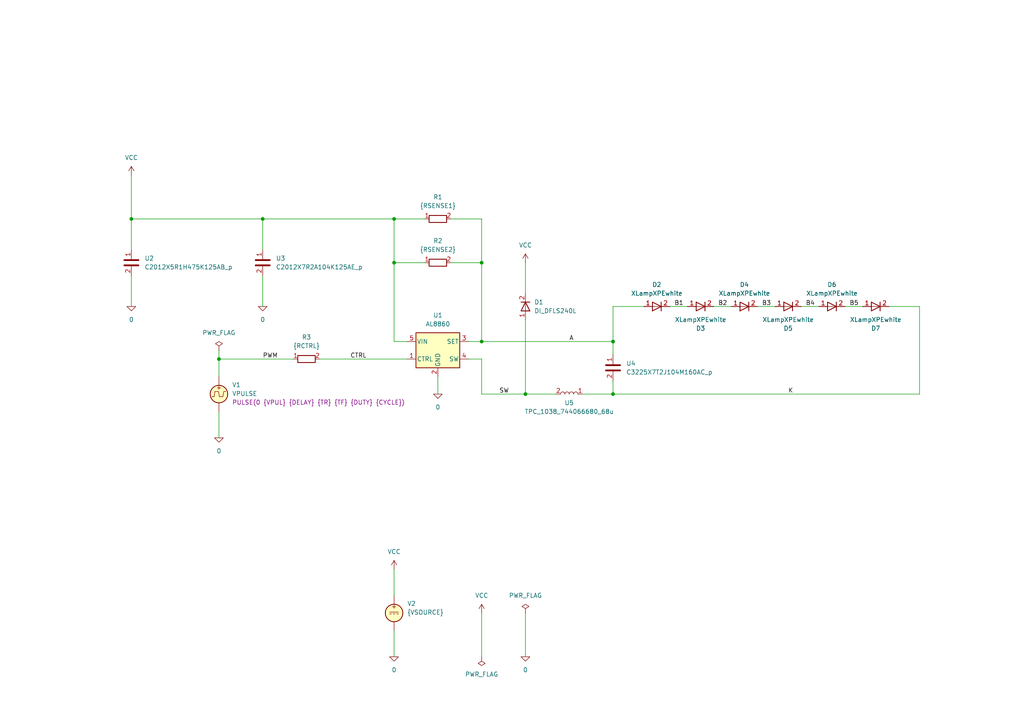
<source format=kicad_sch>
(kicad_sch
	(version 20231120)
	(generator "eeschema")
	(generator_version "8.0")
	(uuid "4866812e-8b52-401f-a79d-a5977aea5fb7")
	(paper "A4")
	(title_block
		(title "40V/1.5A buck led driver. XP-E white.")
		(date "2024-11-06")
		(rev "2")
		(company "astroelectronic@")
		(comment 1 "-")
		(comment 2 "-")
		(comment 3 "-")
		(comment 4 "AE01003860")
	)
	(lib_symbols
		(symbol "AL8860:0"
			(power)
			(pin_names
				(offset 0)
			)
			(exclude_from_sim no)
			(in_bom yes)
			(on_board yes)
			(property "Reference" "#GND"
				(at 0 -2.54 0)
				(effects
					(font
						(size 1.27 1.27)
					)
					(hide yes)
				)
			)
			(property "Value" "0"
				(at 0 -1.778 0)
				(effects
					(font
						(size 1.27 1.27)
					)
				)
			)
			(property "Footprint" ""
				(at 0 0 0)
				(effects
					(font
						(size 1.27 1.27)
					)
					(hide yes)
				)
			)
			(property "Datasheet" "~"
				(at 0 0 0)
				(effects
					(font
						(size 1.27 1.27)
					)
					(hide yes)
				)
			)
			(property "Description" "0V reference potential for simulation"
				(at 0 0 0)
				(effects
					(font
						(size 1.27 1.27)
					)
					(hide yes)
				)
			)
			(property "ki_keywords" "simulation"
				(at 0 0 0)
				(effects
					(font
						(size 1.27 1.27)
					)
					(hide yes)
				)
			)
			(symbol "0_0_1"
				(polyline
					(pts
						(xy -1.27 0) (xy 0 -1.27) (xy 1.27 0) (xy -1.27 0)
					)
					(stroke
						(width 0)
						(type default)
					)
					(fill
						(type none)
					)
				)
			)
			(symbol "0_1_1"
				(pin power_in line
					(at 0 0 0)
					(length 0) hide
					(name "0"
						(effects
							(font
								(size 1.016 1.016)
							)
						)
					)
					(number "1"
						(effects
							(font
								(size 1.016 1.016)
							)
						)
					)
				)
			)
		)
		(symbol "AL8860:AL8860"
			(pin_names
				(offset 0.254)
			)
			(exclude_from_sim no)
			(in_bom yes)
			(on_board yes)
			(property "Reference" "U"
				(at -5.08 6.35 0)
				(effects
					(font
						(size 1.27 1.27)
					)
				)
			)
			(property "Value" "AL8860"
				(at 5.08 6.35 0)
				(effects
					(font
						(size 1.27 1.27)
					)
				)
			)
			(property "Footprint" ""
				(at 1.27 -6.35 0)
				(effects
					(font
						(size 1.27 1.27)
						(italic yes)
					)
					(justify left)
					(hide yes)
				)
			)
			(property "Datasheet" "https://www.diodes.com/assets/Datasheets/AL8860.pdf"
				(at 0 0 0)
				(effects
					(font
						(size 1.27 1.27)
					)
					(hide yes)
				)
			)
			(property "Description" "Constant current  LED driver, internal switch, up to 40V/1.2A, SOT-89-5"
				(at 0 0 0)
				(effects
					(font
						(size 1.27 1.27)
					)
					(hide yes)
				)
			)
			(property "ki_keywords" "Switching LED driver"
				(at 0 0 0)
				(effects
					(font
						(size 1.27 1.27)
					)
					(hide yes)
				)
			)
			(property "ki_fp_filters" "SOT?89*"
				(at 0 0 0)
				(effects
					(font
						(size 1.27 1.27)
					)
					(hide yes)
				)
			)
			(symbol "AL8860_0_1"
				(rectangle
					(start -6.35 5.08)
					(end 6.35 -5.08)
					(stroke
						(width 0.254)
						(type default)
					)
					(fill
						(type background)
					)
				)
			)
			(symbol "AL8860_1_1"
				(pin passive line
					(at -8.89 -2.54 0)
					(length 2.54)
					(name "CTRL"
						(effects
							(font
								(size 1.27 1.27)
							)
						)
					)
					(number "1"
						(effects
							(font
								(size 1.27 1.27)
							)
						)
					)
				)
				(pin passive line
					(at 0 -7.62 90)
					(length 2.54)
					(name "GND"
						(effects
							(font
								(size 1.27 1.27)
							)
						)
					)
					(number "2"
						(effects
							(font
								(size 1.27 1.27)
							)
						)
					)
				)
				(pin passive line
					(at 8.89 2.54 180)
					(length 2.54)
					(name "SET"
						(effects
							(font
								(size 1.27 1.27)
							)
						)
					)
					(number "3"
						(effects
							(font
								(size 1.27 1.27)
							)
						)
					)
				)
				(pin passive line
					(at 8.89 -2.54 180)
					(length 2.54)
					(name "SW"
						(effects
							(font
								(size 1.27 1.27)
							)
						)
					)
					(number "4"
						(effects
							(font
								(size 1.27 1.27)
							)
						)
					)
				)
				(pin passive line
					(at -8.89 2.54 0)
					(length 2.54)
					(name "VIN"
						(effects
							(font
								(size 1.27 1.27)
							)
						)
					)
					(number "5"
						(effects
							(font
								(size 1.27 1.27)
							)
						)
					)
				)
			)
		)
		(symbol "AL8860:C"
			(pin_names
				(offset 0.254) hide)
			(exclude_from_sim no)
			(in_bom yes)
			(on_board yes)
			(property "Reference" "C"
				(at 0.635 2.54 0)
				(effects
					(font
						(size 1.27 1.27)
					)
					(justify left)
				)
			)
			(property "Value" "C"
				(at 0.635 -2.54 0)
				(effects
					(font
						(size 1.27 1.27)
					)
					(justify left)
				)
			)
			(property "Footprint" ""
				(at 0.9652 -3.81 0)
				(effects
					(font
						(size 1.27 1.27)
					)
					(hide yes)
				)
			)
			(property "Datasheet" "~"
				(at 0 0 0)
				(effects
					(font
						(size 1.27 1.27)
					)
					(hide yes)
				)
			)
			(property "Description" "Unpolarized capacitor"
				(at 0 0 0)
				(effects
					(font
						(size 1.27 1.27)
					)
					(hide yes)
				)
			)
			(property "ki_keywords" "cap capacitor"
				(at 0 0 0)
				(effects
					(font
						(size 1.27 1.27)
					)
					(hide yes)
				)
			)
			(property "ki_fp_filters" "C_*"
				(at 0 0 0)
				(effects
					(font
						(size 1.27 1.27)
					)
					(hide yes)
				)
			)
			(symbol "C_0_1"
				(polyline
					(pts
						(xy -2.032 -0.762) (xy 2.032 -0.762)
					)
					(stroke
						(width 0.508)
						(type default)
					)
					(fill
						(type none)
					)
				)
				(polyline
					(pts
						(xy -2.032 0.762) (xy 2.032 0.762)
					)
					(stroke
						(width 0.508)
						(type default)
					)
					(fill
						(type none)
					)
				)
			)
			(symbol "C_1_1"
				(pin passive line
					(at 0 3.81 270)
					(length 2.794)
					(name "~"
						(effects
							(font
								(size 1.27 1.27)
							)
						)
					)
					(number "1"
						(effects
							(font
								(size 1.27 1.27)
							)
						)
					)
				)
				(pin passive line
					(at 0 -3.81 90)
					(length 2.794)
					(name "~"
						(effects
							(font
								(size 1.27 1.27)
							)
						)
					)
					(number "2"
						(effects
							(font
								(size 1.27 1.27)
							)
						)
					)
				)
			)
		)
		(symbol "AL8860:DIODE"
			(pin_names
				(offset 1.016) hide)
			(exclude_from_sim no)
			(in_bom yes)
			(on_board yes)
			(property "Reference" "D"
				(at 0 2.54 0)
				(effects
					(font
						(size 1.27 1.27)
					)
				)
			)
			(property "Value" "${SIM.PARAMS}"
				(at 0 -2.54 0)
				(effects
					(font
						(size 1.27 1.27)
					)
				)
			)
			(property "Footprint" ""
				(at 0 0 0)
				(effects
					(font
						(size 1.27 1.27)
					)
					(hide yes)
				)
			)
			(property "Datasheet" "~"
				(at 0 0 0)
				(effects
					(font
						(size 1.27 1.27)
					)
					(hide yes)
				)
			)
			(property "Description" "Diode, anode on pin 1, for simulation only!"
				(at 0 0 0)
				(effects
					(font
						(size 1.27 1.27)
					)
					(hide yes)
				)
			)
			(property "Sim.Pins" "1=1 2=2"
				(at 0 0 0)
				(effects
					(font
						(size 1.27 1.27)
					)
					(hide yes)
				)
			)
			(property "Sim.Device" "SPICE"
				(at 0 0 0)
				(effects
					(font
						(size 1.27 1.27)
					)
					(justify left)
					(hide yes)
				)
			)
			(property "Sim.Params" "type=\"D\" model=\"DIODE\" lib=\"\""
				(at 0 0 0)
				(effects
					(font
						(size 1.27 1.27)
					)
					(hide yes)
				)
			)
			(property "Spice_Netlist_Enabled" "Y"
				(at 0 0 0)
				(effects
					(font
						(size 1.27 1.27)
					)
					(justify left)
					(hide yes)
				)
			)
			(property "ki_keywords" "simulation"
				(at 0 0 0)
				(effects
					(font
						(size 1.27 1.27)
					)
					(hide yes)
				)
			)
			(symbol "DIODE_0_1"
				(polyline
					(pts
						(xy 1.27 0) (xy -1.27 0)
					)
					(stroke
						(width 0)
						(type default)
					)
					(fill
						(type none)
					)
				)
				(polyline
					(pts
						(xy 1.27 1.27) (xy 1.27 -1.27)
					)
					(stroke
						(width 0.254)
						(type default)
					)
					(fill
						(type none)
					)
				)
				(polyline
					(pts
						(xy -1.27 -1.27) (xy -1.27 1.27) (xy 1.27 0) (xy -1.27 -1.27)
					)
					(stroke
						(width 0.254)
						(type default)
					)
					(fill
						(type none)
					)
				)
			)
			(symbol "DIODE_1_1"
				(pin passive line
					(at -3.81 0 0)
					(length 2.54)
					(name "A"
						(effects
							(font
								(size 1.27 1.27)
							)
						)
					)
					(number "1"
						(effects
							(font
								(size 1.27 1.27)
							)
						)
					)
				)
				(pin passive line
					(at 3.81 0 180)
					(length 2.54)
					(name "K"
						(effects
							(font
								(size 1.27 1.27)
							)
						)
					)
					(number "2"
						(effects
							(font
								(size 1.27 1.27)
							)
						)
					)
				)
			)
		)
		(symbol "AL8860:L"
			(pin_names
				(offset 1.016) hide)
			(exclude_from_sim no)
			(in_bom yes)
			(on_board yes)
			(property "Reference" "L"
				(at -1.27 0 90)
				(effects
					(font
						(size 1.27 1.27)
					)
				)
			)
			(property "Value" "L"
				(at 1.905 0 90)
				(effects
					(font
						(size 1.27 1.27)
					)
				)
			)
			(property "Footprint" ""
				(at 0 0 0)
				(effects
					(font
						(size 1.27 1.27)
					)
					(hide yes)
				)
			)
			(property "Datasheet" "~"
				(at 0 0 0)
				(effects
					(font
						(size 1.27 1.27)
					)
					(hide yes)
				)
			)
			(property "Description" "Inductor"
				(at 0 0 0)
				(effects
					(font
						(size 1.27 1.27)
					)
					(hide yes)
				)
			)
			(property "ki_keywords" "inductor choke coil reactor magnetic"
				(at 0 0 0)
				(effects
					(font
						(size 1.27 1.27)
					)
					(hide yes)
				)
			)
			(property "ki_fp_filters" "Choke_* *Coil* Inductor_* L_*"
				(at 0 0 0)
				(effects
					(font
						(size 1.27 1.27)
					)
					(hide yes)
				)
			)
			(symbol "L_0_1"
				(arc
					(start 0 -2.54)
					(mid 0.6323 -1.905)
					(end 0 -1.27)
					(stroke
						(width 0)
						(type default)
					)
					(fill
						(type none)
					)
				)
				(arc
					(start 0 -1.27)
					(mid 0.6323 -0.635)
					(end 0 0)
					(stroke
						(width 0)
						(type default)
					)
					(fill
						(type none)
					)
				)
				(arc
					(start 0 0)
					(mid 0.6323 0.635)
					(end 0 1.27)
					(stroke
						(width 0)
						(type default)
					)
					(fill
						(type none)
					)
				)
				(arc
					(start 0 1.27)
					(mid 0.6323 1.905)
					(end 0 2.54)
					(stroke
						(width 0)
						(type default)
					)
					(fill
						(type none)
					)
				)
			)
			(symbol "L_1_1"
				(pin passive line
					(at 0 3.81 270)
					(length 1.27)
					(name "1"
						(effects
							(font
								(size 1.27 1.27)
							)
						)
					)
					(number "1"
						(effects
							(font
								(size 1.27 1.27)
							)
						)
					)
				)
				(pin passive line
					(at 0 -3.81 90)
					(length 1.27)
					(name "2"
						(effects
							(font
								(size 1.27 1.27)
							)
						)
					)
					(number "2"
						(effects
							(font
								(size 1.27 1.27)
							)
						)
					)
				)
			)
		)
		(symbol "AL8860:PWR_FLAG"
			(power)
			(pin_numbers hide)
			(pin_names
				(offset 0) hide)
			(exclude_from_sim no)
			(in_bom yes)
			(on_board yes)
			(property "Reference" "#FLG"
				(at 0 1.905 0)
				(effects
					(font
						(size 1.27 1.27)
					)
					(hide yes)
				)
			)
			(property "Value" "PWR_FLAG"
				(at 0 3.81 0)
				(effects
					(font
						(size 1.27 1.27)
					)
				)
			)
			(property "Footprint" ""
				(at 0 0 0)
				(effects
					(font
						(size 1.27 1.27)
					)
					(hide yes)
				)
			)
			(property "Datasheet" "~"
				(at 0 0 0)
				(effects
					(font
						(size 1.27 1.27)
					)
					(hide yes)
				)
			)
			(property "Description" "Special symbol for telling ERC where power comes from"
				(at 0 0 0)
				(effects
					(font
						(size 1.27 1.27)
					)
					(hide yes)
				)
			)
			(property "ki_keywords" "flag power"
				(at 0 0 0)
				(effects
					(font
						(size 1.27 1.27)
					)
					(hide yes)
				)
			)
			(symbol "PWR_FLAG_0_0"
				(pin power_out line
					(at 0 0 90)
					(length 0)
					(name "pwr"
						(effects
							(font
								(size 1.27 1.27)
							)
						)
					)
					(number "1"
						(effects
							(font
								(size 1.27 1.27)
							)
						)
					)
				)
			)
			(symbol "PWR_FLAG_0_1"
				(polyline
					(pts
						(xy 0 0) (xy 0 1.27) (xy -1.016 1.905) (xy 0 2.54) (xy 1.016 1.905) (xy 0 1.27)
					)
					(stroke
						(width 0)
						(type default)
					)
					(fill
						(type none)
					)
				)
			)
		)
		(symbol "AL8860:R"
			(pin_names
				(offset 0) hide)
			(exclude_from_sim no)
			(in_bom yes)
			(on_board yes)
			(property "Reference" "R"
				(at 2.032 0 90)
				(effects
					(font
						(size 1.27 1.27)
					)
				)
			)
			(property "Value" "R"
				(at 0 0 90)
				(effects
					(font
						(size 1.27 1.27)
					)
				)
			)
			(property "Footprint" ""
				(at -1.778 0 90)
				(effects
					(font
						(size 1.27 1.27)
					)
					(hide yes)
				)
			)
			(property "Datasheet" "~"
				(at 0 0 0)
				(effects
					(font
						(size 1.27 1.27)
					)
					(hide yes)
				)
			)
			(property "Description" "Resistor"
				(at 0 0 0)
				(effects
					(font
						(size 1.27 1.27)
					)
					(hide yes)
				)
			)
			(property "ki_keywords" "R res resistor"
				(at 0 0 0)
				(effects
					(font
						(size 1.27 1.27)
					)
					(hide yes)
				)
			)
			(property "ki_fp_filters" "R_*"
				(at 0 0 0)
				(effects
					(font
						(size 1.27 1.27)
					)
					(hide yes)
				)
			)
			(symbol "R_0_1"
				(rectangle
					(start -1.016 -2.54)
					(end 1.016 2.54)
					(stroke
						(width 0.254)
						(type default)
					)
					(fill
						(type none)
					)
				)
			)
			(symbol "R_1_1"
				(pin passive line
					(at 0 3.81 270)
					(length 1.27)
					(name "~"
						(effects
							(font
								(size 1.27 1.27)
							)
						)
					)
					(number "1"
						(effects
							(font
								(size 1.27 1.27)
							)
						)
					)
				)
				(pin passive line
					(at 0 -3.81 90)
					(length 1.27)
					(name "~"
						(effects
							(font
								(size 1.27 1.27)
							)
						)
					)
					(number "2"
						(effects
							(font
								(size 1.27 1.27)
							)
						)
					)
				)
			)
		)
		(symbol "AL8860:VCC"
			(power)
			(pin_names
				(offset 0)
			)
			(exclude_from_sim no)
			(in_bom yes)
			(on_board yes)
			(property "Reference" "#PWR"
				(at 0 -3.81 0)
				(effects
					(font
						(size 1.27 1.27)
					)
					(hide yes)
				)
			)
			(property "Value" "VCC"
				(at 0 3.81 0)
				(effects
					(font
						(size 1.27 1.27)
					)
				)
			)
			(property "Footprint" ""
				(at 0 0 0)
				(effects
					(font
						(size 1.27 1.27)
					)
					(hide yes)
				)
			)
			(property "Datasheet" ""
				(at 0 0 0)
				(effects
					(font
						(size 1.27 1.27)
					)
					(hide yes)
				)
			)
			(property "Description" "Power symbol creates a global label with name \"VCC\""
				(at 0 0 0)
				(effects
					(font
						(size 1.27 1.27)
					)
					(hide yes)
				)
			)
			(property "ki_keywords" "global power"
				(at 0 0 0)
				(effects
					(font
						(size 1.27 1.27)
					)
					(hide yes)
				)
			)
			(symbol "VCC_0_1"
				(polyline
					(pts
						(xy -0.762 1.27) (xy 0 2.54)
					)
					(stroke
						(width 0)
						(type default)
					)
					(fill
						(type none)
					)
				)
				(polyline
					(pts
						(xy 0 0) (xy 0 2.54)
					)
					(stroke
						(width 0)
						(type default)
					)
					(fill
						(type none)
					)
				)
				(polyline
					(pts
						(xy 0 2.54) (xy 0.762 1.27)
					)
					(stroke
						(width 0)
						(type default)
					)
					(fill
						(type none)
					)
				)
			)
			(symbol "VCC_1_1"
				(pin power_in line
					(at 0 0 90)
					(length 0) hide
					(name "VCC"
						(effects
							(font
								(size 1.27 1.27)
							)
						)
					)
					(number "1"
						(effects
							(font
								(size 1.27 1.27)
							)
						)
					)
				)
			)
		)
		(symbol "AL8860:VDC"
			(pin_numbers hide)
			(pin_names
				(offset 0.0254)
			)
			(exclude_from_sim no)
			(in_bom yes)
			(on_board yes)
			(property "Reference" "V"
				(at 2.54 2.54 0)
				(effects
					(font
						(size 1.27 1.27)
					)
					(justify left)
				)
			)
			(property "Value" "1"
				(at 2.54 0 0)
				(effects
					(font
						(size 1.27 1.27)
					)
					(justify left)
				)
			)
			(property "Footprint" ""
				(at 0 0 0)
				(effects
					(font
						(size 1.27 1.27)
					)
					(hide yes)
				)
			)
			(property "Datasheet" "~"
				(at 0 0 0)
				(effects
					(font
						(size 1.27 1.27)
					)
					(hide yes)
				)
			)
			(property "Description" "Voltage source, DC"
				(at 0 0 0)
				(effects
					(font
						(size 1.27 1.27)
					)
					(hide yes)
				)
			)
			(property "Sim.Pins" "1=+ 2=-"
				(at 0 0 0)
				(effects
					(font
						(size 1.27 1.27)
					)
					(hide yes)
				)
			)
			(property "Sim.Type" "DC"
				(at 0 0 0)
				(effects
					(font
						(size 1.27 1.27)
					)
					(hide yes)
				)
			)
			(property "Sim.Device" "V"
				(at 0 0 0)
				(effects
					(font
						(size 1.27 1.27)
					)
					(justify left)
					(hide yes)
				)
			)
			(property "Spice_Netlist_Enabled" "Y"
				(at 0 0 0)
				(effects
					(font
						(size 1.27 1.27)
					)
					(justify left)
					(hide yes)
				)
			)
			(property "ki_keywords" "simulation"
				(at 0 0 0)
				(effects
					(font
						(size 1.27 1.27)
					)
					(hide yes)
				)
			)
			(symbol "VDC_0_0"
				(polyline
					(pts
						(xy -1.27 0.254) (xy 1.27 0.254)
					)
					(stroke
						(width 0)
						(type default)
					)
					(fill
						(type none)
					)
				)
				(polyline
					(pts
						(xy -0.762 -0.254) (xy -1.27 -0.254)
					)
					(stroke
						(width 0)
						(type default)
					)
					(fill
						(type none)
					)
				)
				(polyline
					(pts
						(xy 0.254 -0.254) (xy -0.254 -0.254)
					)
					(stroke
						(width 0)
						(type default)
					)
					(fill
						(type none)
					)
				)
				(polyline
					(pts
						(xy 1.27 -0.254) (xy 0.762 -0.254)
					)
					(stroke
						(width 0)
						(type default)
					)
					(fill
						(type none)
					)
				)
				(text "+"
					(at 0 1.905 0)
					(effects
						(font
							(size 1.27 1.27)
						)
					)
				)
			)
			(symbol "VDC_0_1"
				(circle
					(center 0 0)
					(radius 2.54)
					(stroke
						(width 0.254)
						(type default)
					)
					(fill
						(type background)
					)
				)
			)
			(symbol "VDC_1_1"
				(pin passive line
					(at 0 5.08 270)
					(length 2.54)
					(name "~"
						(effects
							(font
								(size 1.27 1.27)
							)
						)
					)
					(number "1"
						(effects
							(font
								(size 1.27 1.27)
							)
						)
					)
				)
				(pin passive line
					(at 0 -5.08 90)
					(length 2.54)
					(name "~"
						(effects
							(font
								(size 1.27 1.27)
							)
						)
					)
					(number "2"
						(effects
							(font
								(size 1.27 1.27)
							)
						)
					)
				)
			)
		)
		(symbol "AL8860:VPULSE"
			(pin_numbers hide)
			(pin_names
				(offset 0.0254)
			)
			(exclude_from_sim no)
			(in_bom yes)
			(on_board yes)
			(property "Reference" "V"
				(at 2.54 2.54 0)
				(effects
					(font
						(size 1.27 1.27)
					)
					(justify left)
				)
			)
			(property "Value" "VPULSE"
				(at 2.54 0 0)
				(effects
					(font
						(size 1.27 1.27)
					)
					(justify left)
				)
			)
			(property "Footprint" ""
				(at 0 0 0)
				(effects
					(font
						(size 1.27 1.27)
					)
					(hide yes)
				)
			)
			(property "Datasheet" "~"
				(at 0 0 0)
				(effects
					(font
						(size 1.27 1.27)
					)
					(hide yes)
				)
			)
			(property "Description" "Voltage source, pulse"
				(at 0 0 0)
				(effects
					(font
						(size 1.27 1.27)
					)
					(hide yes)
				)
			)
			(property "Sim.Pins" "1=+ 2=-"
				(at 0 0 0)
				(effects
					(font
						(size 1.27 1.27)
					)
					(hide yes)
				)
			)
			(property "Sim.Type" "PULSE"
				(at 0 0 0)
				(effects
					(font
						(size 1.27 1.27)
					)
					(hide yes)
				)
			)
			(property "Sim.Device" "V"
				(at 0 0 0)
				(effects
					(font
						(size 1.27 1.27)
					)
					(justify left)
					(hide yes)
				)
			)
			(property "Sim.Params" "y1=0 y2=1 td=2n tr=2n tf=2n tw=50n per=100n"
				(at 2.54 -2.54 0)
				(effects
					(font
						(size 1.27 1.27)
					)
					(justify left)
				)
			)
			(property "Spice_Netlist_Enabled" "Y"
				(at 0 0 0)
				(effects
					(font
						(size 1.27 1.27)
					)
					(justify left)
					(hide yes)
				)
			)
			(property "ki_keywords" "simulation"
				(at 0 0 0)
				(effects
					(font
						(size 1.27 1.27)
					)
					(hide yes)
				)
			)
			(symbol "VPULSE_0_0"
				(polyline
					(pts
						(xy -2.032 -0.762) (xy -1.397 -0.762) (xy -1.143 0.762) (xy -0.127 0.762) (xy 0.127 -0.762) (xy 1.143 -0.762)
						(xy 1.397 0.762) (xy 2.032 0.762)
					)
					(stroke
						(width 0)
						(type default)
					)
					(fill
						(type none)
					)
				)
				(text "+"
					(at 0 1.905 0)
					(effects
						(font
							(size 1.27 1.27)
						)
					)
				)
			)
			(symbol "VPULSE_0_1"
				(circle
					(center 0 0)
					(radius 2.54)
					(stroke
						(width 0.254)
						(type default)
					)
					(fill
						(type background)
					)
				)
			)
			(symbol "VPULSE_1_1"
				(pin passive line
					(at 0 5.08 270)
					(length 2.54)
					(name "~"
						(effects
							(font
								(size 1.27 1.27)
							)
						)
					)
					(number "1"
						(effects
							(font
								(size 1.27 1.27)
							)
						)
					)
				)
				(pin passive line
					(at 0 -5.08 90)
					(length 2.54)
					(name "~"
						(effects
							(font
								(size 1.27 1.27)
							)
						)
					)
					(number "2"
						(effects
							(font
								(size 1.27 1.27)
							)
						)
					)
				)
			)
		)
		(symbol "C_1"
			(pin_names
				(offset 0.254) hide)
			(exclude_from_sim no)
			(in_bom yes)
			(on_board yes)
			(property "Reference" "C"
				(at 0.635 2.54 0)
				(effects
					(font
						(size 1.27 1.27)
					)
					(justify left)
				)
			)
			(property "Value" "C_1"
				(at 0.635 -2.54 0)
				(effects
					(font
						(size 1.27 1.27)
					)
					(justify left)
				)
			)
			(property "Footprint" ""
				(at 0.9652 -3.81 0)
				(effects
					(font
						(size 1.27 1.27)
					)
					(hide yes)
				)
			)
			(property "Datasheet" "~"
				(at 0 0 0)
				(effects
					(font
						(size 1.27 1.27)
					)
					(hide yes)
				)
			)
			(property "Description" "Unpolarized capacitor"
				(at 0 0 0)
				(effects
					(font
						(size 1.27 1.27)
					)
					(hide yes)
				)
			)
			(property "ki_keywords" "cap capacitor"
				(at 0 0 0)
				(effects
					(font
						(size 1.27 1.27)
					)
					(hide yes)
				)
			)
			(property "ki_fp_filters" "C_*"
				(at 0 0 0)
				(effects
					(font
						(size 1.27 1.27)
					)
					(hide yes)
				)
			)
			(symbol "C_1_0_1"
				(polyline
					(pts
						(xy -2.032 -0.762) (xy 2.032 -0.762)
					)
					(stroke
						(width 0.508)
						(type default)
					)
					(fill
						(type none)
					)
				)
				(polyline
					(pts
						(xy -2.032 0.762) (xy 2.032 0.762)
					)
					(stroke
						(width 0.508)
						(type default)
					)
					(fill
						(type none)
					)
				)
			)
			(symbol "C_1_1_1"
				(pin passive line
					(at 0 3.81 270)
					(length 2.794)
					(name "~"
						(effects
							(font
								(size 1.27 1.27)
							)
						)
					)
					(number "1"
						(effects
							(font
								(size 1.27 1.27)
							)
						)
					)
				)
				(pin passive line
					(at 0 -3.81 90)
					(length 2.794)
					(name "~"
						(effects
							(font
								(size 1.27 1.27)
							)
						)
					)
					(number "2"
						(effects
							(font
								(size 1.27 1.27)
							)
						)
					)
				)
			)
		)
		(symbol "C_2"
			(pin_names
				(offset 0.254) hide)
			(exclude_from_sim no)
			(in_bom yes)
			(on_board yes)
			(property "Reference" "C"
				(at 0.635 2.54 0)
				(effects
					(font
						(size 1.27 1.27)
					)
					(justify left)
				)
			)
			(property "Value" "C_2"
				(at 0.635 -2.54 0)
				(effects
					(font
						(size 1.27 1.27)
					)
					(justify left)
				)
			)
			(property "Footprint" ""
				(at 0.9652 -3.81 0)
				(effects
					(font
						(size 1.27 1.27)
					)
					(hide yes)
				)
			)
			(property "Datasheet" "~"
				(at 0 0 0)
				(effects
					(font
						(size 1.27 1.27)
					)
					(hide yes)
				)
			)
			(property "Description" "Unpolarized capacitor"
				(at 0 0 0)
				(effects
					(font
						(size 1.27 1.27)
					)
					(hide yes)
				)
			)
			(property "ki_keywords" "cap capacitor"
				(at 0 0 0)
				(effects
					(font
						(size 1.27 1.27)
					)
					(hide yes)
				)
			)
			(property "ki_fp_filters" "C_*"
				(at 0 0 0)
				(effects
					(font
						(size 1.27 1.27)
					)
					(hide yes)
				)
			)
			(symbol "C_2_0_1"
				(polyline
					(pts
						(xy -2.032 -0.762) (xy 2.032 -0.762)
					)
					(stroke
						(width 0.508)
						(type default)
					)
					(fill
						(type none)
					)
				)
				(polyline
					(pts
						(xy -2.032 0.762) (xy 2.032 0.762)
					)
					(stroke
						(width 0.508)
						(type default)
					)
					(fill
						(type none)
					)
				)
			)
			(symbol "C_2_1_1"
				(pin passive line
					(at 0 3.81 270)
					(length 2.794)
					(name "~"
						(effects
							(font
								(size 1.27 1.27)
							)
						)
					)
					(number "1"
						(effects
							(font
								(size 1.27 1.27)
							)
						)
					)
				)
				(pin passive line
					(at 0 -3.81 90)
					(length 2.794)
					(name "~"
						(effects
							(font
								(size 1.27 1.27)
							)
						)
					)
					(number "2"
						(effects
							(font
								(size 1.27 1.27)
							)
						)
					)
				)
			)
		)
		(symbol "DIODE_1_1"
			(pin_names
				(offset 1.016) hide)
			(exclude_from_sim no)
			(in_bom yes)
			(on_board yes)
			(property "Reference" "D"
				(at 0 2.54 0)
				(effects
					(font
						(size 1.27 1.27)
					)
				)
			)
			(property "Value" "${SIM.PARAMS}"
				(at 0 -2.54 0)
				(effects
					(font
						(size 1.27 1.27)
					)
				)
			)
			(property "Footprint" ""
				(at 0 0 0)
				(effects
					(font
						(size 1.27 1.27)
					)
					(hide yes)
				)
			)
			(property "Datasheet" "~"
				(at 0 0 0)
				(effects
					(font
						(size 1.27 1.27)
					)
					(hide yes)
				)
			)
			(property "Description" "Diode, anode on pin 1, for simulation only!"
				(at 0 0 0)
				(effects
					(font
						(size 1.27 1.27)
					)
					(hide yes)
				)
			)
			(property "Sim.Pins" "1=1 2=2"
				(at 0 0 0)
				(effects
					(font
						(size 1.27 1.27)
					)
					(hide yes)
				)
			)
			(property "Sim.Device" "SPICE"
				(at 0 0 0)
				(effects
					(font
						(size 1.27 1.27)
					)
					(justify left)
					(hide yes)
				)
			)
			(property "Sim.Params" "type=\"D\" model=\"DIODE_1\" lib=\"\""
				(at 0 0 0)
				(effects
					(font
						(size 1.27 1.27)
					)
					(hide yes)
				)
			)
			(property "Spice_Netlist_Enabled" "Y"
				(at 0 0 0)
				(effects
					(font
						(size 1.27 1.27)
					)
					(justify left)
					(hide yes)
				)
			)
			(property "ki_keywords" "simulation"
				(at 0 0 0)
				(effects
					(font
						(size 1.27 1.27)
					)
					(hide yes)
				)
			)
			(symbol "DIODE_1_1_0_1"
				(polyline
					(pts
						(xy 1.27 0) (xy -1.27 0)
					)
					(stroke
						(width 0)
						(type default)
					)
					(fill
						(type none)
					)
				)
				(polyline
					(pts
						(xy 1.27 1.27) (xy 1.27 -1.27)
					)
					(stroke
						(width 0.254)
						(type default)
					)
					(fill
						(type none)
					)
				)
				(polyline
					(pts
						(xy -1.27 -1.27) (xy -1.27 1.27) (xy 1.27 0) (xy -1.27 -1.27)
					)
					(stroke
						(width 0.254)
						(type default)
					)
					(fill
						(type none)
					)
				)
			)
			(symbol "DIODE_1_1_1_1"
				(pin passive line
					(at -3.81 0 0)
					(length 2.54)
					(name "A"
						(effects
							(font
								(size 1.27 1.27)
							)
						)
					)
					(number "1"
						(effects
							(font
								(size 1.27 1.27)
							)
						)
					)
				)
				(pin passive line
					(at 3.81 0 180)
					(length 2.54)
					(name "K"
						(effects
							(font
								(size 1.27 1.27)
							)
						)
					)
					(number "2"
						(effects
							(font
								(size 1.27 1.27)
							)
						)
					)
				)
			)
		)
		(symbol "DIODE_1_2"
			(pin_names
				(offset 1.016) hide)
			(exclude_from_sim no)
			(in_bom yes)
			(on_board yes)
			(property "Reference" "D"
				(at 0 2.54 0)
				(effects
					(font
						(size 1.27 1.27)
					)
				)
			)
			(property "Value" "${SIM.PARAMS}"
				(at 0 -2.54 0)
				(effects
					(font
						(size 1.27 1.27)
					)
				)
			)
			(property "Footprint" ""
				(at 0 0 0)
				(effects
					(font
						(size 1.27 1.27)
					)
					(hide yes)
				)
			)
			(property "Datasheet" "~"
				(at 0 0 0)
				(effects
					(font
						(size 1.27 1.27)
					)
					(hide yes)
				)
			)
			(property "Description" "Diode, anode on pin 1, for simulation only!"
				(at 0 0 0)
				(effects
					(font
						(size 1.27 1.27)
					)
					(hide yes)
				)
			)
			(property "Sim.Pins" "1=1 2=2"
				(at 0 0 0)
				(effects
					(font
						(size 1.27 1.27)
					)
					(hide yes)
				)
			)
			(property "Sim.Device" "SPICE"
				(at 0 0 0)
				(effects
					(font
						(size 1.27 1.27)
					)
					(justify left)
					(hide yes)
				)
			)
			(property "Sim.Params" "type=\"D\" model=\"DIODE_1\" lib=\"\""
				(at 0 0 0)
				(effects
					(font
						(size 1.27 1.27)
					)
					(hide yes)
				)
			)
			(property "Spice_Netlist_Enabled" "Y"
				(at 0 0 0)
				(effects
					(font
						(size 1.27 1.27)
					)
					(justify left)
					(hide yes)
				)
			)
			(property "ki_keywords" "simulation"
				(at 0 0 0)
				(effects
					(font
						(size 1.27 1.27)
					)
					(hide yes)
				)
			)
			(symbol "DIODE_1_2_0_1"
				(polyline
					(pts
						(xy 1.27 0) (xy -1.27 0)
					)
					(stroke
						(width 0)
						(type default)
					)
					(fill
						(type none)
					)
				)
				(polyline
					(pts
						(xy 1.27 1.27) (xy 1.27 -1.27)
					)
					(stroke
						(width 0.254)
						(type default)
					)
					(fill
						(type none)
					)
				)
				(polyline
					(pts
						(xy -1.27 -1.27) (xy -1.27 1.27) (xy 1.27 0) (xy -1.27 -1.27)
					)
					(stroke
						(width 0.254)
						(type default)
					)
					(fill
						(type none)
					)
				)
			)
			(symbol "DIODE_1_2_1_1"
				(pin passive line
					(at -3.81 0 0)
					(length 2.54)
					(name "A"
						(effects
							(font
								(size 1.27 1.27)
							)
						)
					)
					(number "1"
						(effects
							(font
								(size 1.27 1.27)
							)
						)
					)
				)
				(pin passive line
					(at 3.81 0 180)
					(length 2.54)
					(name "K"
						(effects
							(font
								(size 1.27 1.27)
							)
						)
					)
					(number "2"
						(effects
							(font
								(size 1.27 1.27)
							)
						)
					)
				)
			)
		)
		(symbol "DIODE_1_3"
			(pin_names
				(offset 1.016) hide)
			(exclude_from_sim no)
			(in_bom yes)
			(on_board yes)
			(property "Reference" "D"
				(at 0 2.54 0)
				(effects
					(font
						(size 1.27 1.27)
					)
				)
			)
			(property "Value" "${SIM.PARAMS}"
				(at 0 -2.54 0)
				(effects
					(font
						(size 1.27 1.27)
					)
				)
			)
			(property "Footprint" ""
				(at 0 0 0)
				(effects
					(font
						(size 1.27 1.27)
					)
					(hide yes)
				)
			)
			(property "Datasheet" "~"
				(at 0 0 0)
				(effects
					(font
						(size 1.27 1.27)
					)
					(hide yes)
				)
			)
			(property "Description" "Diode, anode on pin 1, for simulation only!"
				(at 0 0 0)
				(effects
					(font
						(size 1.27 1.27)
					)
					(hide yes)
				)
			)
			(property "Sim.Pins" "1=1 2=2"
				(at 0 0 0)
				(effects
					(font
						(size 1.27 1.27)
					)
					(hide yes)
				)
			)
			(property "Sim.Device" "SPICE"
				(at 0 0 0)
				(effects
					(font
						(size 1.27 1.27)
					)
					(justify left)
					(hide yes)
				)
			)
			(property "Sim.Params" "type=\"D\" model=\"DIODE_1\" lib=\"\""
				(at 0 0 0)
				(effects
					(font
						(size 1.27 1.27)
					)
					(hide yes)
				)
			)
			(property "Spice_Netlist_Enabled" "Y"
				(at 0 0 0)
				(effects
					(font
						(size 1.27 1.27)
					)
					(justify left)
					(hide yes)
				)
			)
			(property "ki_keywords" "simulation"
				(at 0 0 0)
				(effects
					(font
						(size 1.27 1.27)
					)
					(hide yes)
				)
			)
			(symbol "DIODE_1_3_0_1"
				(polyline
					(pts
						(xy 1.27 0) (xy -1.27 0)
					)
					(stroke
						(width 0)
						(type default)
					)
					(fill
						(type none)
					)
				)
				(polyline
					(pts
						(xy 1.27 1.27) (xy 1.27 -1.27)
					)
					(stroke
						(width 0.254)
						(type default)
					)
					(fill
						(type none)
					)
				)
				(polyline
					(pts
						(xy -1.27 -1.27) (xy -1.27 1.27) (xy 1.27 0) (xy -1.27 -1.27)
					)
					(stroke
						(width 0.254)
						(type default)
					)
					(fill
						(type none)
					)
				)
			)
			(symbol "DIODE_1_3_1_1"
				(pin passive line
					(at -3.81 0 0)
					(length 2.54)
					(name "A"
						(effects
							(font
								(size 1.27 1.27)
							)
						)
					)
					(number "1"
						(effects
							(font
								(size 1.27 1.27)
							)
						)
					)
				)
				(pin passive line
					(at 3.81 0 180)
					(length 2.54)
					(name "K"
						(effects
							(font
								(size 1.27 1.27)
							)
						)
					)
					(number "2"
						(effects
							(font
								(size 1.27 1.27)
							)
						)
					)
				)
			)
		)
		(symbol "DIODE_1_4"
			(pin_names
				(offset 1.016) hide)
			(exclude_from_sim no)
			(in_bom yes)
			(on_board yes)
			(property "Reference" "D"
				(at 0 2.54 0)
				(effects
					(font
						(size 1.27 1.27)
					)
				)
			)
			(property "Value" "${SIM.PARAMS}"
				(at 0 -2.54 0)
				(effects
					(font
						(size 1.27 1.27)
					)
				)
			)
			(property "Footprint" ""
				(at 0 0 0)
				(effects
					(font
						(size 1.27 1.27)
					)
					(hide yes)
				)
			)
			(property "Datasheet" "~"
				(at 0 0 0)
				(effects
					(font
						(size 1.27 1.27)
					)
					(hide yes)
				)
			)
			(property "Description" "Diode, anode on pin 1, for simulation only!"
				(at 0 0 0)
				(effects
					(font
						(size 1.27 1.27)
					)
					(hide yes)
				)
			)
			(property "Sim.Pins" "1=1 2=2"
				(at 0 0 0)
				(effects
					(font
						(size 1.27 1.27)
					)
					(hide yes)
				)
			)
			(property "Sim.Device" "SPICE"
				(at 0 0 0)
				(effects
					(font
						(size 1.27 1.27)
					)
					(justify left)
					(hide yes)
				)
			)
			(property "Sim.Params" "type=\"D\" model=\"DIODE_1\" lib=\"\""
				(at 0 0 0)
				(effects
					(font
						(size 1.27 1.27)
					)
					(hide yes)
				)
			)
			(property "Spice_Netlist_Enabled" "Y"
				(at 0 0 0)
				(effects
					(font
						(size 1.27 1.27)
					)
					(justify left)
					(hide yes)
				)
			)
			(property "ki_keywords" "simulation"
				(at 0 0 0)
				(effects
					(font
						(size 1.27 1.27)
					)
					(hide yes)
				)
			)
			(symbol "DIODE_1_4_0_1"
				(polyline
					(pts
						(xy 1.27 0) (xy -1.27 0)
					)
					(stroke
						(width 0)
						(type default)
					)
					(fill
						(type none)
					)
				)
				(polyline
					(pts
						(xy 1.27 1.27) (xy 1.27 -1.27)
					)
					(stroke
						(width 0.254)
						(type default)
					)
					(fill
						(type none)
					)
				)
				(polyline
					(pts
						(xy -1.27 -1.27) (xy -1.27 1.27) (xy 1.27 0) (xy -1.27 -1.27)
					)
					(stroke
						(width 0.254)
						(type default)
					)
					(fill
						(type none)
					)
				)
			)
			(symbol "DIODE_1_4_1_1"
				(pin passive line
					(at -3.81 0 0)
					(length 2.54)
					(name "A"
						(effects
							(font
								(size 1.27 1.27)
							)
						)
					)
					(number "1"
						(effects
							(font
								(size 1.27 1.27)
							)
						)
					)
				)
				(pin passive line
					(at 3.81 0 180)
					(length 2.54)
					(name "K"
						(effects
							(font
								(size 1.27 1.27)
							)
						)
					)
					(number "2"
						(effects
							(font
								(size 1.27 1.27)
							)
						)
					)
				)
			)
		)
		(symbol "DIODE_1_5"
			(pin_names
				(offset 1.016) hide)
			(exclude_from_sim no)
			(in_bom yes)
			(on_board yes)
			(property "Reference" "D"
				(at 0 2.54 0)
				(effects
					(font
						(size 1.27 1.27)
					)
				)
			)
			(property "Value" "${SIM.PARAMS}"
				(at 0 -2.54 0)
				(effects
					(font
						(size 1.27 1.27)
					)
				)
			)
			(property "Footprint" ""
				(at 0 0 0)
				(effects
					(font
						(size 1.27 1.27)
					)
					(hide yes)
				)
			)
			(property "Datasheet" "~"
				(at 0 0 0)
				(effects
					(font
						(size 1.27 1.27)
					)
					(hide yes)
				)
			)
			(property "Description" "Diode, anode on pin 1, for simulation only!"
				(at 0 0 0)
				(effects
					(font
						(size 1.27 1.27)
					)
					(hide yes)
				)
			)
			(property "Sim.Pins" "1=1 2=2"
				(at 0 0 0)
				(effects
					(font
						(size 1.27 1.27)
					)
					(hide yes)
				)
			)
			(property "Sim.Device" "SPICE"
				(at 0 0 0)
				(effects
					(font
						(size 1.27 1.27)
					)
					(justify left)
					(hide yes)
				)
			)
			(property "Sim.Params" "type=\"D\" model=\"DIODE_1\" lib=\"\""
				(at 0 0 0)
				(effects
					(font
						(size 1.27 1.27)
					)
					(hide yes)
				)
			)
			(property "Spice_Netlist_Enabled" "Y"
				(at 0 0 0)
				(effects
					(font
						(size 1.27 1.27)
					)
					(justify left)
					(hide yes)
				)
			)
			(property "ki_keywords" "simulation"
				(at 0 0 0)
				(effects
					(font
						(size 1.27 1.27)
					)
					(hide yes)
				)
			)
			(symbol "DIODE_1_5_0_1"
				(polyline
					(pts
						(xy 1.27 0) (xy -1.27 0)
					)
					(stroke
						(width 0)
						(type default)
					)
					(fill
						(type none)
					)
				)
				(polyline
					(pts
						(xy 1.27 1.27) (xy 1.27 -1.27)
					)
					(stroke
						(width 0.254)
						(type default)
					)
					(fill
						(type none)
					)
				)
				(polyline
					(pts
						(xy -1.27 -1.27) (xy -1.27 1.27) (xy 1.27 0) (xy -1.27 -1.27)
					)
					(stroke
						(width 0.254)
						(type default)
					)
					(fill
						(type none)
					)
				)
			)
			(symbol "DIODE_1_5_1_1"
				(pin passive line
					(at -3.81 0 0)
					(length 2.54)
					(name "A"
						(effects
							(font
								(size 1.27 1.27)
							)
						)
					)
					(number "1"
						(effects
							(font
								(size 1.27 1.27)
							)
						)
					)
				)
				(pin passive line
					(at 3.81 0 180)
					(length 2.54)
					(name "K"
						(effects
							(font
								(size 1.27 1.27)
							)
						)
					)
					(number "2"
						(effects
							(font
								(size 1.27 1.27)
							)
						)
					)
				)
			)
		)
		(symbol "DIODE_1_6"
			(pin_names
				(offset 1.016) hide)
			(exclude_from_sim no)
			(in_bom yes)
			(on_board yes)
			(property "Reference" "D"
				(at 0 2.54 0)
				(effects
					(font
						(size 1.27 1.27)
					)
				)
			)
			(property "Value" "${SIM.PARAMS}"
				(at 0 -2.54 0)
				(effects
					(font
						(size 1.27 1.27)
					)
				)
			)
			(property "Footprint" ""
				(at 0 0 0)
				(effects
					(font
						(size 1.27 1.27)
					)
					(hide yes)
				)
			)
			(property "Datasheet" "~"
				(at 0 0 0)
				(effects
					(font
						(size 1.27 1.27)
					)
					(hide yes)
				)
			)
			(property "Description" "Diode, anode on pin 1, for simulation only!"
				(at 0 0 0)
				(effects
					(font
						(size 1.27 1.27)
					)
					(hide yes)
				)
			)
			(property "Sim.Pins" "1=1 2=2"
				(at 0 0 0)
				(effects
					(font
						(size 1.27 1.27)
					)
					(hide yes)
				)
			)
			(property "Sim.Device" "SPICE"
				(at 0 0 0)
				(effects
					(font
						(size 1.27 1.27)
					)
					(justify left)
					(hide yes)
				)
			)
			(property "Sim.Params" "type=\"D\" model=\"DIODE_1\" lib=\"\""
				(at 0 0 0)
				(effects
					(font
						(size 1.27 1.27)
					)
					(hide yes)
				)
			)
			(property "Spice_Netlist_Enabled" "Y"
				(at 0 0 0)
				(effects
					(font
						(size 1.27 1.27)
					)
					(justify left)
					(hide yes)
				)
			)
			(property "ki_keywords" "simulation"
				(at 0 0 0)
				(effects
					(font
						(size 1.27 1.27)
					)
					(hide yes)
				)
			)
			(symbol "DIODE_1_6_0_1"
				(polyline
					(pts
						(xy 1.27 0) (xy -1.27 0)
					)
					(stroke
						(width 0)
						(type default)
					)
					(fill
						(type none)
					)
				)
				(polyline
					(pts
						(xy 1.27 1.27) (xy 1.27 -1.27)
					)
					(stroke
						(width 0.254)
						(type default)
					)
					(fill
						(type none)
					)
				)
				(polyline
					(pts
						(xy -1.27 -1.27) (xy -1.27 1.27) (xy 1.27 0) (xy -1.27 -1.27)
					)
					(stroke
						(width 0.254)
						(type default)
					)
					(fill
						(type none)
					)
				)
			)
			(symbol "DIODE_1_6_1_1"
				(pin passive line
					(at -3.81 0 0)
					(length 2.54)
					(name "A"
						(effects
							(font
								(size 1.27 1.27)
							)
						)
					)
					(number "1"
						(effects
							(font
								(size 1.27 1.27)
							)
						)
					)
				)
				(pin passive line
					(at 3.81 0 180)
					(length 2.54)
					(name "K"
						(effects
							(font
								(size 1.27 1.27)
							)
						)
					)
					(number "2"
						(effects
							(font
								(size 1.27 1.27)
							)
						)
					)
				)
			)
		)
		(symbol "R_1"
			(pin_names
				(offset 0) hide)
			(exclude_from_sim no)
			(in_bom yes)
			(on_board yes)
			(property "Reference" "R"
				(at 2.032 0 90)
				(effects
					(font
						(size 1.27 1.27)
					)
				)
			)
			(property "Value" "R_1"
				(at 0 0 90)
				(effects
					(font
						(size 1.27 1.27)
					)
				)
			)
			(property "Footprint" ""
				(at -1.778 0 90)
				(effects
					(font
						(size 1.27 1.27)
					)
					(hide yes)
				)
			)
			(property "Datasheet" "~"
				(at 0 0 0)
				(effects
					(font
						(size 1.27 1.27)
					)
					(hide yes)
				)
			)
			(property "Description" "Resistor"
				(at 0 0 0)
				(effects
					(font
						(size 1.27 1.27)
					)
					(hide yes)
				)
			)
			(property "ki_keywords" "R res resistor"
				(at 0 0 0)
				(effects
					(font
						(size 1.27 1.27)
					)
					(hide yes)
				)
			)
			(property "ki_fp_filters" "R_*"
				(at 0 0 0)
				(effects
					(font
						(size 1.27 1.27)
					)
					(hide yes)
				)
			)
			(symbol "R_1_0_1"
				(rectangle
					(start -1.016 -2.54)
					(end 1.016 2.54)
					(stroke
						(width 0.254)
						(type default)
					)
					(fill
						(type none)
					)
				)
			)
			(symbol "R_1_1_1"
				(pin passive line
					(at 0 3.81 270)
					(length 1.27)
					(name "~"
						(effects
							(font
								(size 1.27 1.27)
							)
						)
					)
					(number "1"
						(effects
							(font
								(size 1.27 1.27)
							)
						)
					)
				)
				(pin passive line
					(at 0 -3.81 90)
					(length 1.27)
					(name "~"
						(effects
							(font
								(size 1.27 1.27)
							)
						)
					)
					(number "2"
						(effects
							(font
								(size 1.27 1.27)
							)
						)
					)
				)
			)
		)
		(symbol "R_2"
			(pin_names
				(offset 0) hide)
			(exclude_from_sim no)
			(in_bom yes)
			(on_board yes)
			(property "Reference" "R"
				(at 2.032 0 90)
				(effects
					(font
						(size 1.27 1.27)
					)
				)
			)
			(property "Value" "R_2"
				(at 0 0 90)
				(effects
					(font
						(size 1.27 1.27)
					)
				)
			)
			(property "Footprint" ""
				(at -1.778 0 90)
				(effects
					(font
						(size 1.27 1.27)
					)
					(hide yes)
				)
			)
			(property "Datasheet" "~"
				(at 0 0 0)
				(effects
					(font
						(size 1.27 1.27)
					)
					(hide yes)
				)
			)
			(property "Description" "Resistor"
				(at 0 0 0)
				(effects
					(font
						(size 1.27 1.27)
					)
					(hide yes)
				)
			)
			(property "ki_keywords" "R res resistor"
				(at 0 0 0)
				(effects
					(font
						(size 1.27 1.27)
					)
					(hide yes)
				)
			)
			(property "ki_fp_filters" "R_*"
				(at 0 0 0)
				(effects
					(font
						(size 1.27 1.27)
					)
					(hide yes)
				)
			)
			(symbol "R_2_0_1"
				(rectangle
					(start -1.016 -2.54)
					(end 1.016 2.54)
					(stroke
						(width 0.254)
						(type default)
					)
					(fill
						(type none)
					)
				)
			)
			(symbol "R_2_1_1"
				(pin passive line
					(at 0 3.81 270)
					(length 1.27)
					(name "~"
						(effects
							(font
								(size 1.27 1.27)
							)
						)
					)
					(number "1"
						(effects
							(font
								(size 1.27 1.27)
							)
						)
					)
				)
				(pin passive line
					(at 0 -3.81 90)
					(length 1.27)
					(name "~"
						(effects
							(font
								(size 1.27 1.27)
							)
						)
					)
					(number "2"
						(effects
							(font
								(size 1.27 1.27)
							)
						)
					)
				)
			)
		)
	)
	(junction
		(at 76.2 63.5)
		(diameter 0)
		(color 0 0 0 0)
		(uuid "021ad581-bfe1-4f2c-a043-dc783413eddc")
	)
	(junction
		(at 38.1 63.5)
		(diameter 0)
		(color 0 0 0 0)
		(uuid "168e370b-8e8f-4d77-9f78-7c59b4b1d7d1")
	)
	(junction
		(at 152.4 114.3)
		(diameter 0)
		(color 0 0 0 0)
		(uuid "97a9322c-c719-4fa2-b087-e0296589810d")
	)
	(junction
		(at 139.7 99.06)
		(diameter 0)
		(color 0 0 0 0)
		(uuid "a1278c37-8b41-43aa-8d78-9d5445827647")
	)
	(junction
		(at 177.8 114.3)
		(diameter 0)
		(color 0 0 0 0)
		(uuid "a2c8bb26-9b3c-46b8-8114-d8dfa0ed7cd2")
	)
	(junction
		(at 63.5 104.14)
		(diameter 0)
		(color 0 0 0 0)
		(uuid "a61fea71-4793-44c3-9e50-bcd603af9b06")
	)
	(junction
		(at 139.7 76.2)
		(diameter 0)
		(color 0 0 0 0)
		(uuid "b8c69e57-ef3d-489f-baf7-6becb50618c2")
	)
	(junction
		(at 177.8 99.06)
		(diameter 0)
		(color 0 0 0 0)
		(uuid "c557911c-5ee5-435e-b04a-508b321478dd")
	)
	(junction
		(at 114.3 63.5)
		(diameter 0)
		(color 0 0 0 0)
		(uuid "d1f0b821-1aac-422e-b137-a38526192b5c")
	)
	(junction
		(at 114.3 76.2)
		(diameter 0)
		(color 0 0 0 0)
		(uuid "e5a9238f-d204-4063-b2c2-b19b96e79781")
	)
	(wire
		(pts
			(xy 139.7 76.2) (xy 130.81 76.2)
		)
		(stroke
			(width 0)
			(type default)
		)
		(uuid "01c7e703-32dd-490c-ab27-ef28c4a8f987")
	)
	(wire
		(pts
			(xy 177.8 99.06) (xy 177.8 88.9)
		)
		(stroke
			(width 0)
			(type default)
		)
		(uuid "07e9ed99-5315-4f11-88f8-3b0e77b62a09")
	)
	(wire
		(pts
			(xy 168.91 114.3) (xy 177.8 114.3)
		)
		(stroke
			(width 0)
			(type default)
		)
		(uuid "0aa8e3b0-d0fa-4450-95b4-568e3f7b024d")
	)
	(wire
		(pts
			(xy 152.4 177.8) (xy 152.4 190.5)
		)
		(stroke
			(width 0)
			(type default)
		)
		(uuid "0f720556-4d91-446a-8c28-ddebdeaba64a")
	)
	(wire
		(pts
			(xy 139.7 63.5) (xy 139.7 76.2)
		)
		(stroke
			(width 0)
			(type default)
		)
		(uuid "11b85482-d407-46d2-a0f4-c6c60a2ae39d")
	)
	(wire
		(pts
			(xy 38.1 63.5) (xy 38.1 72.39)
		)
		(stroke
			(width 0)
			(type default)
		)
		(uuid "2018f8e2-47e6-40ef-804a-941edea97886")
	)
	(wire
		(pts
			(xy 127 109.22) (xy 127 114.3)
		)
		(stroke
			(width 0)
			(type default)
		)
		(uuid "20e3603a-e89c-48aa-9f6e-77620c03d598")
	)
	(wire
		(pts
			(xy 38.1 50.8) (xy 38.1 63.5)
		)
		(stroke
			(width 0)
			(type default)
		)
		(uuid "2dfe437d-9ab4-4326-a69c-036821b7fc85")
	)
	(wire
		(pts
			(xy 76.2 63.5) (xy 114.3 63.5)
		)
		(stroke
			(width 0)
			(type default)
		)
		(uuid "2f417abd-ca4e-4ba2-b68d-cc53bfb478e9")
	)
	(wire
		(pts
			(xy 139.7 99.06) (xy 139.7 76.2)
		)
		(stroke
			(width 0)
			(type default)
		)
		(uuid "3431784f-484c-4f01-b32e-545b7b2e3c51")
	)
	(wire
		(pts
			(xy 194.31 88.9) (xy 199.39 88.9)
		)
		(stroke
			(width 0)
			(type default)
		)
		(uuid "3a15cffc-ee50-4b90-9348-d4ce251b4c9a")
	)
	(wire
		(pts
			(xy 114.3 99.06) (xy 114.3 76.2)
		)
		(stroke
			(width 0)
			(type default)
		)
		(uuid "429d9ea5-3da2-4c1b-8e1a-25dc7344d03b")
	)
	(wire
		(pts
			(xy 38.1 80.01) (xy 38.1 88.9)
		)
		(stroke
			(width 0)
			(type default)
		)
		(uuid "4a3fd225-4a2f-4a6d-b982-33280ab9804a")
	)
	(wire
		(pts
			(xy 177.8 99.06) (xy 177.8 102.87)
		)
		(stroke
			(width 0)
			(type default)
		)
		(uuid "4db8a0b0-3529-48d5-85c8-d1f3b4d660e1")
	)
	(wire
		(pts
			(xy 152.4 92.71) (xy 152.4 114.3)
		)
		(stroke
			(width 0)
			(type default)
		)
		(uuid "58efe5d2-0977-477f-85dc-a2b9e758ee43")
	)
	(wire
		(pts
			(xy 177.8 88.9) (xy 186.69 88.9)
		)
		(stroke
			(width 0)
			(type default)
		)
		(uuid "650f20fc-eab0-4be3-9f5d-fd1322775259")
	)
	(wire
		(pts
			(xy 177.8 110.49) (xy 177.8 114.3)
		)
		(stroke
			(width 0)
			(type default)
		)
		(uuid "6a432b4a-0a63-4dac-a6e5-9e35a3606e04")
	)
	(wire
		(pts
			(xy 219.71 88.9) (xy 224.79 88.9)
		)
		(stroke
			(width 0)
			(type default)
		)
		(uuid "80e1c06e-3d73-4b8d-b265-8e163f97ed7f")
	)
	(wire
		(pts
			(xy 152.4 114.3) (xy 139.7 114.3)
		)
		(stroke
			(width 0)
			(type default)
		)
		(uuid "84692b50-df54-44db-961e-86b6db8c68ab")
	)
	(wire
		(pts
			(xy 63.5 119.38) (xy 63.5 127)
		)
		(stroke
			(width 0)
			(type default)
		)
		(uuid "8c8fc981-26f1-4f1d-8e2e-b00228f9e98e")
	)
	(wire
		(pts
			(xy 139.7 104.14) (xy 135.89 104.14)
		)
		(stroke
			(width 0)
			(type default)
		)
		(uuid "9055bbb4-7f1d-4906-8399-b9aaa7b16843")
	)
	(wire
		(pts
			(xy 76.2 63.5) (xy 76.2 72.39)
		)
		(stroke
			(width 0)
			(type default)
		)
		(uuid "9381057f-4fa5-4c63-bc33-8004d543fd66")
	)
	(wire
		(pts
			(xy 76.2 80.01) (xy 76.2 88.9)
		)
		(stroke
			(width 0)
			(type default)
		)
		(uuid "98782699-00a9-4a56-bad3-3d0bb34b2ab9")
	)
	(wire
		(pts
			(xy 139.7 177.8) (xy 139.7 190.5)
		)
		(stroke
			(width 0)
			(type default)
		)
		(uuid "98f199e7-4847-4ad3-a02d-664b932fbcaf")
	)
	(wire
		(pts
			(xy 114.3 76.2) (xy 114.3 63.5)
		)
		(stroke
			(width 0)
			(type default)
		)
		(uuid "9a02c457-c4de-47c2-9914-acf7cc8db995")
	)
	(wire
		(pts
			(xy 207.01 88.9) (xy 212.09 88.9)
		)
		(stroke
			(width 0)
			(type default)
		)
		(uuid "a5794a2b-93e3-4aad-a75c-324bce41a03f")
	)
	(wire
		(pts
			(xy 92.71 104.14) (xy 118.11 104.14)
		)
		(stroke
			(width 0)
			(type default)
		)
		(uuid "a715a9bb-12c4-4c87-b92c-6d2e71049932")
	)
	(wire
		(pts
			(xy 139.7 99.06) (xy 177.8 99.06)
		)
		(stroke
			(width 0)
			(type default)
		)
		(uuid "b05dcea4-e955-4e79-ab94-acc34da4655e")
	)
	(wire
		(pts
			(xy 38.1 63.5) (xy 76.2 63.5)
		)
		(stroke
			(width 0)
			(type default)
		)
		(uuid "b836bfbf-e229-4302-8975-7148666660cf")
	)
	(wire
		(pts
			(xy 177.8 114.3) (xy 266.7 114.3)
		)
		(stroke
			(width 0)
			(type default)
		)
		(uuid "b865479a-a893-48e9-b72a-b9f7b6fdac94")
	)
	(wire
		(pts
			(xy 114.3 165.1) (xy 114.3 172.72)
		)
		(stroke
			(width 0)
			(type default)
		)
		(uuid "c12ab2d4-fb4d-4698-96b2-844f7f724fdc")
	)
	(wire
		(pts
			(xy 266.7 114.3) (xy 266.7 88.9)
		)
		(stroke
			(width 0)
			(type default)
		)
		(uuid "c3cbdfe5-a511-4543-aa64-e4b249982016")
	)
	(wire
		(pts
			(xy 63.5 101.6) (xy 63.5 104.14)
		)
		(stroke
			(width 0)
			(type default)
		)
		(uuid "c463476e-3700-42c0-a9c6-e0e51d046484")
	)
	(wire
		(pts
			(xy 266.7 88.9) (xy 257.81 88.9)
		)
		(stroke
			(width 0)
			(type default)
		)
		(uuid "c6bba423-542b-45e4-a621-4b38d3d64ac2")
	)
	(wire
		(pts
			(xy 114.3 182.88) (xy 114.3 190.5)
		)
		(stroke
			(width 0)
			(type default)
		)
		(uuid "cddb09ad-8454-4df7-a7c0-3fac569efff4")
	)
	(wire
		(pts
			(xy 245.11 88.9) (xy 250.19 88.9)
		)
		(stroke
			(width 0)
			(type default)
		)
		(uuid "cf04978f-7fa2-4fa3-b46c-011ced65425d")
	)
	(wire
		(pts
			(xy 139.7 114.3) (xy 139.7 104.14)
		)
		(stroke
			(width 0)
			(type default)
		)
		(uuid "cf761663-9b18-4a39-a02a-b4fd1a6f66dd")
	)
	(wire
		(pts
			(xy 135.89 99.06) (xy 139.7 99.06)
		)
		(stroke
			(width 0)
			(type default)
		)
		(uuid "cf8c3d9b-3791-4147-8b99-dd7df4fcceb4")
	)
	(wire
		(pts
			(xy 63.5 104.14) (xy 63.5 109.22)
		)
		(stroke
			(width 0)
			(type default)
		)
		(uuid "d144cba8-856d-48c3-befd-2048f5da42a3")
	)
	(wire
		(pts
			(xy 118.11 99.06) (xy 114.3 99.06)
		)
		(stroke
			(width 0)
			(type default)
		)
		(uuid "d310fbb3-5e94-4b84-8b7a-434754fe3e03")
	)
	(wire
		(pts
			(xy 152.4 76.2) (xy 152.4 85.09)
		)
		(stroke
			(width 0)
			(type default)
		)
		(uuid "db72849d-a21e-4579-b31d-6f3973a624cf")
	)
	(wire
		(pts
			(xy 130.81 63.5) (xy 139.7 63.5)
		)
		(stroke
			(width 0)
			(type default)
		)
		(uuid "dfe63220-f817-496c-ba42-6406e8a976d4")
	)
	(wire
		(pts
			(xy 114.3 76.2) (xy 123.19 76.2)
		)
		(stroke
			(width 0)
			(type default)
		)
		(uuid "e3abc711-54c8-49bf-8e03-2641cc29e517")
	)
	(wire
		(pts
			(xy 114.3 63.5) (xy 123.19 63.5)
		)
		(stroke
			(width 0)
			(type default)
		)
		(uuid "ed5d763c-ca94-4903-904c-2872607513a1")
	)
	(wire
		(pts
			(xy 232.41 88.9) (xy 237.49 88.9)
		)
		(stroke
			(width 0)
			(type default)
		)
		(uuid "ee908c06-0a33-4931-bcd7-e05fafb684be")
	)
	(wire
		(pts
			(xy 161.29 114.3) (xy 152.4 114.3)
		)
		(stroke
			(width 0)
			(type default)
		)
		(uuid "f42cc41d-4577-47ff-a9c0-3d2dd16ea611")
	)
	(wire
		(pts
			(xy 63.5 104.14) (xy 85.09 104.14)
		)
		(stroke
			(width 0)
			(type default)
		)
		(uuid "f8e1bae4-574a-4e0f-8cb9-ac6fed2d0785")
	)
	(label "A"
		(at 165.1 99.06 0)
		(fields_autoplaced yes)
		(effects
			(font
				(size 1.27 1.27)
			)
			(justify left bottom)
		)
		(uuid "33a8350a-50ef-401c-b514-9546b11682a2")
	)
	(label "CTRL"
		(at 101.6 104.14 0)
		(fields_autoplaced yes)
		(effects
			(font
				(size 1.27 1.27)
			)
			(justify left bottom)
		)
		(uuid "61fdd1aa-c46f-4792-9337-ec6468c796d2")
	)
	(label "B2"
		(at 208.28 88.9 0)
		(fields_autoplaced yes)
		(effects
			(font
				(size 1.27 1.27)
			)
			(justify left bottom)
		)
		(uuid "66e40115-e172-4c4e-842e-9e37b3be6324")
	)
	(label "B4"
		(at 233.68 88.9 0)
		(fields_autoplaced yes)
		(effects
			(font
				(size 1.27 1.27)
			)
			(justify left bottom)
		)
		(uuid "a4a53db4-d304-496a-a39f-230b026f55f7")
	)
	(label "B5"
		(at 246.38 88.9 0)
		(fields_autoplaced yes)
		(effects
			(font
				(size 1.27 1.27)
			)
			(justify left bottom)
		)
		(uuid "ab85bb12-8d5e-4caf-8b96-d4006d6fc653")
	)
	(label "SW"
		(at 144.78 114.3 0)
		(fields_autoplaced yes)
		(effects
			(font
				(size 1.27 1.27)
			)
			(justify left bottom)
		)
		(uuid "c14d4edd-d852-471c-a41f-9a1fdad9bde7")
	)
	(label "PWM"
		(at 76.2 104.14 0)
		(fields_autoplaced yes)
		(effects
			(font
				(size 1.27 1.27)
			)
			(justify left bottom)
		)
		(uuid "c17961a0-101f-4516-97b9-917fc5fdefe0")
	)
	(label "B1"
		(at 195.58 88.9 0)
		(fields_autoplaced yes)
		(effects
			(font
				(size 1.27 1.27)
			)
			(justify left bottom)
		)
		(uuid "cb876e8d-3ced-4e33-9f11-e952f2c0dcaa")
	)
	(label "B3"
		(at 220.98 88.9 0)
		(fields_autoplaced yes)
		(effects
			(font
				(size 1.27 1.27)
			)
			(justify left bottom)
		)
		(uuid "cbe2c9df-2196-4e92-8d67-7d3b69b51a06")
	)
	(label "K"
		(at 228.6 114.3 0)
		(fields_autoplaced yes)
		(effects
			(font
				(size 1.27 1.27)
			)
			(justify left bottom)
		)
		(uuid "de7f6e92-dc18-42e8-a048-ca4e68bd2b26")
	)
	(symbol
		(lib_id "AL8860:PWR_FLAG")
		(at 152.4 177.8 0)
		(unit 1)
		(exclude_from_sim no)
		(in_bom yes)
		(on_board yes)
		(dnp no)
		(fields_autoplaced yes)
		(uuid "06fb4c7b-7ab1-4358-8085-3d10a23ea1ef")
		(property "Reference" "#FLG0102"
			(at 152.4 175.895 0)
			(effects
				(font
					(size 1.27 1.27)
				)
				(hide yes)
			)
		)
		(property "Value" "PWR_FLAG"
			(at 152.4 172.72 0)
			(effects
				(font
					(size 1.27 1.27)
				)
			)
		)
		(property "Footprint" ""
			(at 152.4 177.8 0)
			(effects
				(font
					(size 1.27 1.27)
				)
				(hide yes)
			)
		)
		(property "Datasheet" "~"
			(at 152.4 177.8 0)
			(effects
				(font
					(size 1.27 1.27)
				)
				(hide yes)
			)
		)
		(property "Description" ""
			(at 152.4 177.8 0)
			(effects
				(font
					(size 1.27 1.27)
				)
				(hide yes)
			)
		)
		(pin "1"
			(uuid "127715b0-0324-491f-8437-5fa7c5842b99")
		)
		(instances
			(project ""
				(path "/4866812e-8b52-401f-a79d-a5977aea5fb7"
					(reference "#FLG0102")
					(unit 1)
				)
			)
		)
	)
	(symbol
		(lib_name "DIODE_1_3")
		(lib_id "AL8860:DIODE_1_3")
		(at 203.2 88.9 0)
		(mirror x)
		(unit 1)
		(exclude_from_sim no)
		(in_bom yes)
		(on_board yes)
		(dnp no)
		(uuid "14bd8455-d88e-47ec-99ce-552519aed2a8")
		(property "Reference" "D3"
			(at 203.2 95.25 0)
			(effects
				(font
					(size 1.27 1.27)
				)
			)
		)
		(property "Value" "XLampXPEwhite"
			(at 203.2 92.71 0)
			(effects
				(font
					(size 1.27 1.27)
				)
			)
		)
		(property "Footprint" ""
			(at 203.2 88.9 0)
			(effects
				(font
					(size 1.27 1.27)
				)
				(hide yes)
			)
		)
		(property "Datasheet" "~"
			(at 203.2 88.9 0)
			(effects
				(font
					(size 1.27 1.27)
				)
				(hide yes)
			)
		)
		(property "Description" ""
			(at 203.2 88.9 0)
			(effects
				(font
					(size 1.27 1.27)
				)
				(hide yes)
			)
		)
		(property "Sim.Device" "D"
			(at 203.2 88.9 0)
			(effects
				(font
					(size 1.27 1.27)
				)
				(hide yes)
			)
		)
		(property "Sim.Pins" "1=A 2=K"
			(at 12.7 177.8 0)
			(effects
				(font
					(size 1.27 1.27)
				)
				(hide yes)
			)
		)
		(property "Sim.Library" "C:\\AE\\AL8860\\_models\\XPE_SPICE.lib"
			(at 203.2 88.9 0)
			(effects
				(font
					(size 1.27 1.27)
				)
				(hide yes)
			)
		)
		(property "Sim.Name" "XLampXPEwhite"
			(at 203.2 88.9 0)
			(effects
				(font
					(size 1.27 1.27)
				)
				(hide yes)
			)
		)
		(pin "1"
			(uuid "38fe7ecd-0976-4c41-b570-88d91a4ba832")
		)
		(pin "2"
			(uuid "5373833d-7041-4c64-9520-60d734441bcb")
		)
		(instances
			(project "AL8860_XPE_WHITE"
				(path "/4866812e-8b52-401f-a79d-a5977aea5fb7"
					(reference "D3")
					(unit 1)
				)
			)
		)
	)
	(symbol
		(lib_id "AL8860:AL8860")
		(at 127 101.6 0)
		(unit 1)
		(exclude_from_sim no)
		(in_bom yes)
		(on_board yes)
		(dnp no)
		(fields_autoplaced yes)
		(uuid "232bff7d-ea20-4edf-8a4a-bbbb98bb1550")
		(property "Reference" "U1"
			(at 127 91.44 0)
			(effects
				(font
					(size 1.27 1.27)
				)
			)
		)
		(property "Value" "AL8860"
			(at 127 93.98 0)
			(effects
				(font
					(size 1.27 1.27)
				)
			)
		)
		(property "Footprint" ""
			(at 128.27 107.95 0)
			(effects
				(font
					(size 1.27 1.27)
					(italic yes)
				)
				(justify left)
				(hide yes)
			)
		)
		(property "Datasheet" "https://www.diodes.com/assets/Datasheets/AL8860.pdf"
			(at 127 101.6 0)
			(effects
				(font
					(size 1.27 1.27)
				)
				(hide yes)
			)
		)
		(property "Description" ""
			(at 127 101.6 0)
			(effects
				(font
					(size 1.27 1.27)
				)
				(hide yes)
			)
		)
		(property "Sim.Device" "SUBCKT"
			(at 127 101.6 0)
			(effects
				(font
					(size 1.27 1.27)
				)
				(hide yes)
			)
		)
		(property "Sim.Pins" "1=CTRL 2=GND 3=SET 4=SW 5=VIN"
			(at 0 0 0)
			(effects
				(font
					(size 1.27 1.27)
				)
				(hide yes)
			)
		)
		(property "Sim.Library" "C:\\AE\\AL8860\\_models\\AL8860.spice.txt"
			(at 127 101.6 0)
			(effects
				(font
					(size 1.27 1.27)
				)
				(hide yes)
			)
		)
		(property "Sim.Name" "AL8860"
			(at 127 101.6 0)
			(effects
				(font
					(size 1.27 1.27)
				)
				(hide yes)
			)
		)
		(pin "1"
			(uuid "04ecdb4f-0d6f-4dbc-8aa5-66ea29e2d225")
		)
		(pin "2"
			(uuid "99b680c5-3f7d-4554-a90b-a523d2ddf07f")
		)
		(pin "3"
			(uuid "381397b6-1e57-466b-94b2-fb3309fe1dee")
		)
		(pin "4"
			(uuid "9aadeb98-2e9b-4756-8f3a-29246f01aa20")
		)
		(pin "5"
			(uuid "5ff2f93c-7ab5-49d8-9291-8258761107a3")
		)
		(instances
			(project ""
				(path "/4866812e-8b52-401f-a79d-a5977aea5fb7"
					(reference "U1")
					(unit 1)
				)
			)
		)
	)
	(symbol
		(lib_name "DIODE_1_4")
		(lib_id "AL8860:DIODE_1_4")
		(at 228.6 88.9 0)
		(mirror x)
		(unit 1)
		(exclude_from_sim no)
		(in_bom yes)
		(on_board yes)
		(dnp no)
		(uuid "2cf164e2-7718-4047-998a-e44e7537f6d1")
		(property "Reference" "D5"
			(at 228.6 95.25 0)
			(effects
				(font
					(size 1.27 1.27)
				)
			)
		)
		(property "Value" "XLampXPEwhite"
			(at 228.6 92.71 0)
			(effects
				(font
					(size 1.27 1.27)
				)
			)
		)
		(property "Footprint" ""
			(at 228.6 88.9 0)
			(effects
				(font
					(size 1.27 1.27)
				)
				(hide yes)
			)
		)
		(property "Datasheet" "~"
			(at 228.6 88.9 0)
			(effects
				(font
					(size 1.27 1.27)
				)
				(hide yes)
			)
		)
		(property "Description" ""
			(at 228.6 88.9 0)
			(effects
				(font
					(size 1.27 1.27)
				)
				(hide yes)
			)
		)
		(property "Sim.Device" "D"
			(at 228.6 88.9 0)
			(effects
				(font
					(size 1.27 1.27)
				)
				(hide yes)
			)
		)
		(property "Sim.Pins" "1=A 2=K"
			(at 38.1 177.8 0)
			(effects
				(font
					(size 1.27 1.27)
				)
				(hide yes)
			)
		)
		(property "Sim.Library" "C:\\AE\\AL8860\\_models\\XPE_SPICE.lib"
			(at 228.6 88.9 0)
			(effects
				(font
					(size 1.27 1.27)
				)
				(hide yes)
			)
		)
		(property "Sim.Name" "XLampXPEwhite"
			(at 228.6 88.9 0)
			(effects
				(font
					(size 1.27 1.27)
				)
				(hide yes)
			)
		)
		(pin "1"
			(uuid "80f63ce6-b8a7-4ac3-8a93-6d8187e0e1c5")
		)
		(pin "2"
			(uuid "6494cf7f-40d6-44d4-8dae-2a1065d40346")
		)
		(instances
			(project "AL8860_XPE_WHITE"
				(path "/4866812e-8b52-401f-a79d-a5977aea5fb7"
					(reference "D5")
					(unit 1)
				)
			)
		)
	)
	(symbol
		(lib_id "AL8860:C")
		(at 177.8 106.68 0)
		(unit 1)
		(exclude_from_sim no)
		(in_bom yes)
		(on_board yes)
		(dnp no)
		(fields_autoplaced yes)
		(uuid "32e9a412-b5b3-42fa-b6d0-46d408af01e7")
		(property "Reference" "U4"
			(at 181.61 105.4099 0)
			(effects
				(font
					(size 1.27 1.27)
				)
				(justify left)
			)
		)
		(property "Value" "C3225X7T2J104M160AC_p"
			(at 181.61 107.9499 0)
			(effects
				(font
					(size 1.27 1.27)
				)
				(justify left)
			)
		)
		(property "Footprint" ""
			(at 178.7652 110.49 0)
			(effects
				(font
					(size 1.27 1.27)
				)
				(hide yes)
			)
		)
		(property "Datasheet" "~"
			(at 177.8 106.68 0)
			(effects
				(font
					(size 1.27 1.27)
				)
				(hide yes)
			)
		)
		(property "Description" ""
			(at 177.8 106.68 0)
			(effects
				(font
					(size 1.27 1.27)
				)
				(hide yes)
			)
		)
		(property "Sim.Device" "SUBCKT"
			(at 177.8 106.68 0)
			(effects
				(font
					(size 1.27 1.27)
				)
				(hide yes)
			)
		)
		(property "Sim.Pins" "1=n1 2=n2"
			(at 0 0 0)
			(effects
				(font
					(size 1.27 1.27)
				)
				(hide yes)
			)
		)
		(property "Sim.Library" "C:\\AE\\AL8860\\_models\\C3225X7T2J104M160AC_p.mod"
			(at 177.8 106.68 0)
			(effects
				(font
					(size 1.27 1.27)
				)
				(hide yes)
			)
		)
		(property "Sim.Name" "C3225X7T2J104M160AC_p"
			(at 177.8 106.68 0)
			(effects
				(font
					(size 1.27 1.27)
				)
				(hide yes)
			)
		)
		(pin "1"
			(uuid "f3156327-bf18-4357-9087-d7491a1db581")
		)
		(pin "2"
			(uuid "fef02ac8-25c7-4177-9a92-3e4a87912d32")
		)
		(instances
			(project ""
				(path "/4866812e-8b52-401f-a79d-a5977aea5fb7"
					(reference "U4")
					(unit 1)
				)
			)
		)
	)
	(symbol
		(lib_id "AL8860:PWR_FLAG")
		(at 139.7 190.5 180)
		(unit 1)
		(exclude_from_sim no)
		(in_bom yes)
		(on_board yes)
		(dnp no)
		(fields_autoplaced yes)
		(uuid "3ab8d3da-b078-472a-a1ab-7029e77e7c10")
		(property "Reference" "#FLG0103"
			(at 139.7 192.405 0)
			(effects
				(font
					(size 1.27 1.27)
				)
				(hide yes)
			)
		)
		(property "Value" "PWR_FLAG"
			(at 139.7 195.58 0)
			(effects
				(font
					(size 1.27 1.27)
				)
			)
		)
		(property "Footprint" ""
			(at 139.7 190.5 0)
			(effects
				(font
					(size 1.27 1.27)
				)
				(hide yes)
			)
		)
		(property "Datasheet" "~"
			(at 139.7 190.5 0)
			(effects
				(font
					(size 1.27 1.27)
				)
				(hide yes)
			)
		)
		(property "Description" ""
			(at 139.7 190.5 0)
			(effects
				(font
					(size 1.27 1.27)
				)
				(hide yes)
			)
		)
		(pin "1"
			(uuid "8f2095f1-21a1-42fa-9ee7-5029d3ad03cf")
		)
		(instances
			(project ""
				(path "/4866812e-8b52-401f-a79d-a5977aea5fb7"
					(reference "#FLG0103")
					(unit 1)
				)
			)
		)
	)
	(symbol
		(lib_name "C_2")
		(lib_id "AL8860:C_2")
		(at 76.2 76.2 0)
		(unit 1)
		(exclude_from_sim no)
		(in_bom yes)
		(on_board yes)
		(dnp no)
		(fields_autoplaced yes)
		(uuid "3fc23945-ca3f-423b-9778-465f78aa2f71")
		(property "Reference" "U3"
			(at 80.01 74.9299 0)
			(effects
				(font
					(size 1.27 1.27)
				)
				(justify left)
			)
		)
		(property "Value" "C2012X7R2A104K125AE_p"
			(at 80.01 77.4699 0)
			(effects
				(font
					(size 1.27 1.27)
				)
				(justify left)
			)
		)
		(property "Footprint" ""
			(at 77.1652 80.01 0)
			(effects
				(font
					(size 1.27 1.27)
				)
				(hide yes)
			)
		)
		(property "Datasheet" "~"
			(at 76.2 76.2 0)
			(effects
				(font
					(size 1.27 1.27)
				)
				(hide yes)
			)
		)
		(property "Description" ""
			(at 76.2 76.2 0)
			(effects
				(font
					(size 1.27 1.27)
				)
				(hide yes)
			)
		)
		(property "Sim.Device" "SUBCKT"
			(at 76.2 76.2 0)
			(effects
				(font
					(size 1.27 1.27)
				)
				(hide yes)
			)
		)
		(property "Sim.Pins" "1=n1 2=n2"
			(at 0 0 0)
			(effects
				(font
					(size 1.27 1.27)
				)
				(hide yes)
			)
		)
		(property "Sim.Library" "C:\\AE\\AL8860\\_models\\C2012X7R2A104K125AE_p.mod"
			(at 76.2 76.2 0)
			(effects
				(font
					(size 1.27 1.27)
				)
				(hide yes)
			)
		)
		(property "Sim.Name" "C2012X7R2A104K125AE_p"
			(at 76.2 76.2 0)
			(effects
				(font
					(size 1.27 1.27)
				)
				(hide yes)
			)
		)
		(pin "1"
			(uuid "b802797a-051d-4948-9482-d90c9f735b8f")
		)
		(pin "2"
			(uuid "236c6ccd-ab24-469e-8788-0d5d488e20ab")
		)
		(instances
			(project ""
				(path "/4866812e-8b52-401f-a79d-a5977aea5fb7"
					(reference "U3")
					(unit 1)
				)
			)
		)
	)
	(symbol
		(lib_name "R_2")
		(lib_id "AL8860:R_2")
		(at 127 63.5 90)
		(unit 1)
		(exclude_from_sim no)
		(in_bom yes)
		(on_board yes)
		(dnp no)
		(fields_autoplaced yes)
		(uuid "546edc5f-f8f0-4939-8444-7369b84112dc")
		(property "Reference" "R1"
			(at 127 57.15 90)
			(effects
				(font
					(size 1.27 1.27)
				)
			)
		)
		(property "Value" "{RSENSE1}"
			(at 127 59.69 90)
			(effects
				(font
					(size 1.27 1.27)
				)
			)
		)
		(property "Footprint" ""
			(at 127 65.278 90)
			(effects
				(font
					(size 1.27 1.27)
				)
				(hide yes)
			)
		)
		(property "Datasheet" "~"
			(at 127 63.5 0)
			(effects
				(font
					(size 1.27 1.27)
				)
				(hide yes)
			)
		)
		(property "Description" ""
			(at 127 63.5 0)
			(effects
				(font
					(size 1.27 1.27)
				)
				(hide yes)
			)
		)
		(pin "1"
			(uuid "f750f51b-f688-45a8-9375-d8d76fb6c39d")
		)
		(pin "2"
			(uuid "610594b3-48ac-4066-a7b7-d7ea39e3d81f")
		)
		(instances
			(project ""
				(path "/4866812e-8b52-401f-a79d-a5977aea5fb7"
					(reference "R1")
					(unit 1)
				)
			)
		)
	)
	(symbol
		(lib_id "AL8860:0")
		(at 114.3 190.5 0)
		(unit 1)
		(exclude_from_sim no)
		(in_bom yes)
		(on_board yes)
		(dnp no)
		(fields_autoplaced yes)
		(uuid "5474405e-c07f-4e44-8fef-b7bfa4e1701b")
		(property "Reference" "#GND0104"
			(at 114.3 193.04 0)
			(effects
				(font
					(size 1.27 1.27)
				)
				(hide yes)
			)
		)
		(property "Value" "0"
			(at 114.3 194.31 0)
			(effects
				(font
					(size 1.27 1.27)
				)
			)
		)
		(property "Footprint" ""
			(at 114.3 190.5 0)
			(effects
				(font
					(size 1.27 1.27)
				)
				(hide yes)
			)
		)
		(property "Datasheet" "~"
			(at 114.3 190.5 0)
			(effects
				(font
					(size 1.27 1.27)
				)
				(hide yes)
			)
		)
		(property "Description" ""
			(at 114.3 190.5 0)
			(effects
				(font
					(size 1.27 1.27)
				)
				(hide yes)
			)
		)
		(pin "1"
			(uuid "32cdee9a-0ac6-410c-a68d-3b54eaec5dad")
		)
		(instances
			(project ""
				(path "/4866812e-8b52-401f-a79d-a5977aea5fb7"
					(reference "#GND0104")
					(unit 1)
				)
			)
		)
	)
	(symbol
		(lib_id "AL8860:DIODE")
		(at 152.4 88.9 90)
		(unit 1)
		(exclude_from_sim no)
		(in_bom yes)
		(on_board yes)
		(dnp no)
		(fields_autoplaced yes)
		(uuid "60312d4c-f26b-4034-8204-dd68dd042dec")
		(property "Reference" "D1"
			(at 154.94 87.6299 90)
			(effects
				(font
					(size 1.27 1.27)
				)
				(justify right)
			)
		)
		(property "Value" "DI_DFLS240L"
			(at 154.94 90.1699 90)
			(effects
				(font
					(size 1.27 1.27)
				)
				(justify right)
			)
		)
		(property "Footprint" ""
			(at 152.4 88.9 0)
			(effects
				(font
					(size 1.27 1.27)
				)
				(hide yes)
			)
		)
		(property "Datasheet" "~"
			(at 152.4 88.9 0)
			(effects
				(font
					(size 1.27 1.27)
				)
				(hide yes)
			)
		)
		(property "Description" ""
			(at 152.4 88.9 0)
			(effects
				(font
					(size 1.27 1.27)
				)
				(hide yes)
			)
		)
		(property "Sim.Device" "D"
			(at 152.4 88.9 0)
			(effects
				(font
					(size 1.27 1.27)
				)
				(justify left)
				(hide yes)
			)
		)
		(property "Sim.Pins" "1=A 2=K"
			(at 0 0 0)
			(effects
				(font
					(size 1.27 1.27)
				)
				(hide yes)
			)
		)
		(property "Sim.Library" "C:\\AE\\AL8860\\_models\\DFLS240L.spice.txt"
			(at 152.4 88.9 0)
			(effects
				(font
					(size 1.27 1.27)
				)
				(hide yes)
			)
		)
		(property "Sim.Name" "DI_DFLS240L"
			(at 152.4 88.9 0)
			(effects
				(font
					(size 1.27 1.27)
				)
				(hide yes)
			)
		)
		(pin "1"
			(uuid "9edc38f8-d470-4e45-8ceb-81e66fe02292")
		)
		(pin "2"
			(uuid "c8fdfc78-f655-4cf1-884e-e67a74bd5cb1")
		)
		(instances
			(project ""
				(path "/4866812e-8b52-401f-a79d-a5977aea5fb7"
					(reference "D1")
					(unit 1)
				)
			)
		)
	)
	(symbol
		(lib_id "AL8860:0")
		(at 38.1 88.9 0)
		(unit 1)
		(exclude_from_sim no)
		(in_bom yes)
		(on_board yes)
		(dnp no)
		(fields_autoplaced yes)
		(uuid "681c709d-c685-4ef6-9039-f8922e02003d")
		(property "Reference" "#GND0103"
			(at 38.1 91.44 0)
			(effects
				(font
					(size 1.27 1.27)
				)
				(hide yes)
			)
		)
		(property "Value" "0"
			(at 38.1 92.71 0)
			(effects
				(font
					(size 1.27 1.27)
				)
			)
		)
		(property "Footprint" ""
			(at 38.1 88.9 0)
			(effects
				(font
					(size 1.27 1.27)
				)
				(hide yes)
			)
		)
		(property "Datasheet" "~"
			(at 38.1 88.9 0)
			(effects
				(font
					(size 1.27 1.27)
				)
				(hide yes)
			)
		)
		(property "Description" ""
			(at 38.1 88.9 0)
			(effects
				(font
					(size 1.27 1.27)
				)
				(hide yes)
			)
		)
		(pin "1"
			(uuid "fcd3251c-e88c-4d6c-ab81-aeffde2115a3")
		)
		(instances
			(project ""
				(path "/4866812e-8b52-401f-a79d-a5977aea5fb7"
					(reference "#GND0103")
					(unit 1)
				)
			)
		)
	)
	(symbol
		(lib_id "AL8860:VDC")
		(at 114.3 177.8 0)
		(unit 1)
		(exclude_from_sim no)
		(in_bom yes)
		(on_board yes)
		(dnp no)
		(fields_autoplaced yes)
		(uuid "9725aecb-42dd-4621-ad63-79eb4dc1c6dc")
		(property "Reference" "V2"
			(at 118.11 175.0701 0)
			(effects
				(font
					(size 1.27 1.27)
				)
				(justify left)
			)
		)
		(property "Value" "{VSOURCE}"
			(at 118.11 177.6101 0)
			(effects
				(font
					(size 1.27 1.27)
				)
				(justify left)
			)
		)
		(property "Footprint" ""
			(at 114.3 177.8 0)
			(effects
				(font
					(size 1.27 1.27)
				)
				(hide yes)
			)
		)
		(property "Datasheet" "~"
			(at 114.3 177.8 0)
			(effects
				(font
					(size 1.27 1.27)
				)
				(hide yes)
			)
		)
		(property "Description" ""
			(at 114.3 177.8 0)
			(effects
				(font
					(size 1.27 1.27)
				)
				(hide yes)
			)
		)
		(property "Sim.Device" "SPICE"
			(at 114.3 177.8 0)
			(effects
				(font
					(size 1.27 1.27)
				)
				(justify left)
				(hide yes)
			)
		)
		(property "Sim.Params" "type=\"V\" model=\"{VSOURCE}\" lib=\"\""
			(at 0 0 0)
			(effects
				(font
					(size 1.27 1.27)
				)
				(hide yes)
			)
		)
		(property "Sim.Pins" "1=1 2=2"
			(at 0 0 0)
			(effects
				(font
					(size 1.27 1.27)
				)
				(hide yes)
			)
		)
		(pin "1"
			(uuid "d2607282-4b7a-4b88-8283-a1e9ff49cdd5")
		)
		(pin "2"
			(uuid "32758e67-70d0-465b-936c-46df0b3fcdeb")
		)
		(instances
			(project ""
				(path "/4866812e-8b52-401f-a79d-a5977aea5fb7"
					(reference "V2")
					(unit 1)
				)
			)
		)
	)
	(symbol
		(lib_name "R_1")
		(lib_id "AL8860:R_1")
		(at 88.9 104.14 90)
		(unit 1)
		(exclude_from_sim no)
		(in_bom yes)
		(on_board yes)
		(dnp no)
		(fields_autoplaced yes)
		(uuid "ae54ecd1-267d-4833-82e1-d40ee342af7d")
		(property "Reference" "R3"
			(at 88.9 97.79 90)
			(effects
				(font
					(size 1.27 1.27)
				)
			)
		)
		(property "Value" "{RCTRL}"
			(at 88.9 100.33 90)
			(effects
				(font
					(size 1.27 1.27)
				)
			)
		)
		(property "Footprint" ""
			(at 88.9 105.918 90)
			(effects
				(font
					(size 1.27 1.27)
				)
				(hide yes)
			)
		)
		(property "Datasheet" "~"
			(at 88.9 104.14 0)
			(effects
				(font
					(size 1.27 1.27)
				)
				(hide yes)
			)
		)
		(property "Description" ""
			(at 88.9 104.14 0)
			(effects
				(font
					(size 1.27 1.27)
				)
				(hide yes)
			)
		)
		(pin "1"
			(uuid "41f9d274-80c9-4d61-a265-7d65bbf9f8aa")
		)
		(pin "2"
			(uuid "5b51e065-211e-48dd-bebe-2aa84c8a34d5")
		)
		(instances
			(project ""
				(path "/4866812e-8b52-401f-a79d-a5977aea5fb7"
					(reference "R3")
					(unit 1)
				)
			)
		)
	)
	(symbol
		(lib_id "AL8860:PWR_FLAG")
		(at 63.5 101.6 0)
		(unit 1)
		(exclude_from_sim no)
		(in_bom yes)
		(on_board yes)
		(dnp no)
		(fields_autoplaced yes)
		(uuid "b59d3b0e-9a3f-4451-bad9-3ff51eeee660")
		(property "Reference" "#FLG0101"
			(at 63.5 99.695 0)
			(effects
				(font
					(size 1.27 1.27)
				)
				(hide yes)
			)
		)
		(property "Value" "PWR_FLAG"
			(at 63.5 96.52 0)
			(effects
				(font
					(size 1.27 1.27)
				)
			)
		)
		(property "Footprint" ""
			(at 63.5 101.6 0)
			(effects
				(font
					(size 1.27 1.27)
				)
				(hide yes)
			)
		)
		(property "Datasheet" "~"
			(at 63.5 101.6 0)
			(effects
				(font
					(size 1.27 1.27)
				)
				(hide yes)
			)
		)
		(property "Description" ""
			(at 63.5 101.6 0)
			(effects
				(font
					(size 1.27 1.27)
				)
				(hide yes)
			)
		)
		(pin "1"
			(uuid "ccd84615-5e3f-40ff-8a0f-04722d830b61")
		)
		(instances
			(project ""
				(path "/4866812e-8b52-401f-a79d-a5977aea5fb7"
					(reference "#FLG0101")
					(unit 1)
				)
			)
		)
	)
	(symbol
		(lib_id "AL8860:0")
		(at 127 114.3 0)
		(unit 1)
		(exclude_from_sim no)
		(in_bom yes)
		(on_board yes)
		(dnp no)
		(fields_autoplaced yes)
		(uuid "be2ecbaa-5e0c-44c6-9616-7c5ff1353a8c")
		(property "Reference" "#GND0105"
			(at 127 116.84 0)
			(effects
				(font
					(size 1.27 1.27)
				)
				(hide yes)
			)
		)
		(property "Value" "0"
			(at 127 118.11 0)
			(effects
				(font
					(size 1.27 1.27)
				)
			)
		)
		(property "Footprint" ""
			(at 127 114.3 0)
			(effects
				(font
					(size 1.27 1.27)
				)
				(hide yes)
			)
		)
		(property "Datasheet" "~"
			(at 127 114.3 0)
			(effects
				(font
					(size 1.27 1.27)
				)
				(hide yes)
			)
		)
		(property "Description" ""
			(at 127 114.3 0)
			(effects
				(font
					(size 1.27 1.27)
				)
				(hide yes)
			)
		)
		(pin "1"
			(uuid "1b8909b2-348a-42da-a770-34e09020d69f")
		)
		(instances
			(project ""
				(path "/4866812e-8b52-401f-a79d-a5977aea5fb7"
					(reference "#GND0105")
					(unit 1)
				)
			)
		)
	)
	(symbol
		(lib_id "AL8860:VCC")
		(at 152.4 76.2 0)
		(unit 1)
		(exclude_from_sim no)
		(in_bom yes)
		(on_board yes)
		(dnp no)
		(fields_autoplaced yes)
		(uuid "c27de60c-b31a-4b21-a31d-37aca84147a5")
		(property "Reference" "#PWR0101"
			(at 152.4 80.01 0)
			(effects
				(font
					(size 1.27 1.27)
				)
				(hide yes)
			)
		)
		(property "Value" "VCC"
			(at 152.4 71.12 0)
			(effects
				(font
					(size 1.27 1.27)
				)
			)
		)
		(property "Footprint" ""
			(at 152.4 76.2 0)
			(effects
				(font
					(size 1.27 1.27)
				)
				(hide yes)
			)
		)
		(property "Datasheet" ""
			(at 152.4 76.2 0)
			(effects
				(font
					(size 1.27 1.27)
				)
				(hide yes)
			)
		)
		(property "Description" ""
			(at 152.4 76.2 0)
			(effects
				(font
					(size 1.27 1.27)
				)
				(hide yes)
			)
		)
		(pin "1"
			(uuid "3f2defa9-b0d1-4b83-8ee3-0f30734c8de1")
		)
		(instances
			(project ""
				(path "/4866812e-8b52-401f-a79d-a5977aea5fb7"
					(reference "#PWR0101")
					(unit 1)
				)
			)
		)
	)
	(symbol
		(lib_id "AL8860:R")
		(at 127 76.2 90)
		(unit 1)
		(exclude_from_sim no)
		(in_bom yes)
		(on_board yes)
		(dnp no)
		(fields_autoplaced yes)
		(uuid "d430da57-b8ce-46c0-a237-4c5a98a1adc6")
		(property "Reference" "R2"
			(at 127 69.85 90)
			(effects
				(font
					(size 1.27 1.27)
				)
			)
		)
		(property "Value" "{RSENSE2}"
			(at 127 72.39 90)
			(effects
				(font
					(size 1.27 1.27)
				)
			)
		)
		(property "Footprint" ""
			(at 127 77.978 90)
			(effects
				(font
					(size 1.27 1.27)
				)
				(hide yes)
			)
		)
		(property "Datasheet" "~"
			(at 127 76.2 0)
			(effects
				(font
					(size 1.27 1.27)
				)
				(hide yes)
			)
		)
		(property "Description" ""
			(at 127 76.2 0)
			(effects
				(font
					(size 1.27 1.27)
				)
				(hide yes)
			)
		)
		(pin "1"
			(uuid "d670e0c5-b510-4edc-845f-703531e17dc8")
		)
		(pin "2"
			(uuid "64606d45-e54c-4b3d-bed7-f7dae0fdbbb8")
		)
		(instances
			(project ""
				(path "/4866812e-8b52-401f-a79d-a5977aea5fb7"
					(reference "R2")
					(unit 1)
				)
			)
		)
	)
	(symbol
		(lib_name "DIODE_1_2")
		(lib_id "AL8860:DIODE_1_2")
		(at 215.9 88.9 0)
		(unit 1)
		(exclude_from_sim no)
		(in_bom yes)
		(on_board yes)
		(dnp no)
		(fields_autoplaced yes)
		(uuid "d56a74e2-2bfb-4a22-b061-1cd8ad71536b")
		(property "Reference" "D4"
			(at 215.9 82.55 0)
			(effects
				(font
					(size 1.27 1.27)
				)
			)
		)
		(property "Value" "XLampXPEwhite"
			(at 215.9 85.09 0)
			(effects
				(font
					(size 1.27 1.27)
				)
			)
		)
		(property "Footprint" ""
			(at 215.9 88.9 0)
			(effects
				(font
					(size 1.27 1.27)
				)
				(hide yes)
			)
		)
		(property "Datasheet" "~"
			(at 215.9 88.9 0)
			(effects
				(font
					(size 1.27 1.27)
				)
				(hide yes)
			)
		)
		(property "Description" ""
			(at 215.9 88.9 0)
			(effects
				(font
					(size 1.27 1.27)
				)
				(hide yes)
			)
		)
		(property "Sim.Device" "D"
			(at 215.9 88.9 0)
			(effects
				(font
					(size 1.27 1.27)
				)
				(hide yes)
			)
		)
		(property "Sim.Pins" "1=A 2=K"
			(at 25.4 0 0)
			(effects
				(font
					(size 1.27 1.27)
				)
				(hide yes)
			)
		)
		(property "Sim.Library" "C:\\AE\\AL8860\\_models\\XPE_SPICE.lib"
			(at 215.9 88.9 0)
			(effects
				(font
					(size 1.27 1.27)
				)
				(hide yes)
			)
		)
		(property "Sim.Name" "XLampXPEwhite"
			(at 215.9 88.9 0)
			(effects
				(font
					(size 1.27 1.27)
				)
				(hide yes)
			)
		)
		(pin "1"
			(uuid "aa10d461-ad31-49ef-b4f4-ce6b20637f1d")
		)
		(pin "2"
			(uuid "ddb4dc2a-92ae-4bee-824b-f1f237716106")
		)
		(instances
			(project "AL8860_XPE_WHITE"
				(path "/4866812e-8b52-401f-a79d-a5977aea5fb7"
					(reference "D4")
					(unit 1)
				)
			)
		)
	)
	(symbol
		(lib_id "AL8860:0")
		(at 63.5 127 0)
		(unit 1)
		(exclude_from_sim no)
		(in_bom yes)
		(on_board yes)
		(dnp no)
		(fields_autoplaced yes)
		(uuid "d5f76812-5c63-4bf7-bad5-41b3d2789fa8")
		(property "Reference" "#GND0101"
			(at 63.5 129.54 0)
			(effects
				(font
					(size 1.27 1.27)
				)
				(hide yes)
			)
		)
		(property "Value" "0"
			(at 63.5 130.81 0)
			(effects
				(font
					(size 1.27 1.27)
				)
			)
		)
		(property "Footprint" ""
			(at 63.5 127 0)
			(effects
				(font
					(size 1.27 1.27)
				)
				(hide yes)
			)
		)
		(property "Datasheet" "~"
			(at 63.5 127 0)
			(effects
				(font
					(size 1.27 1.27)
				)
				(hide yes)
			)
		)
		(property "Description" ""
			(at 63.5 127 0)
			(effects
				(font
					(size 1.27 1.27)
				)
				(hide yes)
			)
		)
		(pin "1"
			(uuid "ff34a238-c6e6-44fd-9a54-065c98d56990")
		)
		(instances
			(project ""
				(path "/4866812e-8b52-401f-a79d-a5977aea5fb7"
					(reference "#GND0101")
					(unit 1)
				)
			)
		)
	)
	(symbol
		(lib_name "DIODE_1_5")
		(lib_id "AL8860:DIODE_1_5")
		(at 241.3 88.9 0)
		(unit 1)
		(exclude_from_sim no)
		(in_bom yes)
		(on_board yes)
		(dnp no)
		(fields_autoplaced yes)
		(uuid "d999883b-5f7d-4439-8fe5-69726523eded")
		(property "Reference" "D6"
			(at 241.3 82.55 0)
			(effects
				(font
					(size 1.27 1.27)
				)
			)
		)
		(property "Value" "XLampXPEwhite"
			(at 241.3 85.09 0)
			(effects
				(font
					(size 1.27 1.27)
				)
			)
		)
		(property "Footprint" ""
			(at 241.3 88.9 0)
			(effects
				(font
					(size 1.27 1.27)
				)
				(hide yes)
			)
		)
		(property "Datasheet" "~"
			(at 241.3 88.9 0)
			(effects
				(font
					(size 1.27 1.27)
				)
				(hide yes)
			)
		)
		(property "Description" ""
			(at 241.3 88.9 0)
			(effects
				(font
					(size 1.27 1.27)
				)
				(hide yes)
			)
		)
		(property "Sim.Device" "D"
			(at 241.3 88.9 0)
			(effects
				(font
					(size 1.27 1.27)
				)
				(hide yes)
			)
		)
		(property "Sim.Pins" "1=A 2=K"
			(at 50.8 0 0)
			(effects
				(font
					(size 1.27 1.27)
				)
				(hide yes)
			)
		)
		(property "Sim.Library" "C:\\AE\\AL8860\\_models\\XPE_SPICE.lib"
			(at 241.3 88.9 0)
			(effects
				(font
					(size 1.27 1.27)
				)
				(hide yes)
			)
		)
		(property "Sim.Name" "XLampXPEwhite"
			(at 241.3 88.9 0)
			(effects
				(font
					(size 1.27 1.27)
				)
				(hide yes)
			)
		)
		(pin "1"
			(uuid "7c86b07b-6bc9-44b0-aa19-58917598d861")
		)
		(pin "2"
			(uuid "0af2eb3f-24cb-485a-bc44-02f2abca96f4")
		)
		(instances
			(project "AL8860_XPE_WHITE"
				(path "/4866812e-8b52-401f-a79d-a5977aea5fb7"
					(reference "D6")
					(unit 1)
				)
			)
		)
	)
	(symbol
		(lib_id "AL8860:VCC")
		(at 38.1 50.8 0)
		(unit 1)
		(exclude_from_sim no)
		(in_bom yes)
		(on_board yes)
		(dnp no)
		(fields_autoplaced yes)
		(uuid "da061853-fb87-4b5f-8b45-2a0f8713b178")
		(property "Reference" "#PWR0102"
			(at 38.1 54.61 0)
			(effects
				(font
					(size 1.27 1.27)
				)
				(hide yes)
			)
		)
		(property "Value" "VCC"
			(at 38.1 45.72 0)
			(effects
				(font
					(size 1.27 1.27)
				)
			)
		)
		(property "Footprint" ""
			(at 38.1 50.8 0)
			(effects
				(font
					(size 1.27 1.27)
				)
				(hide yes)
			)
		)
		(property "Datasheet" ""
			(at 38.1 50.8 0)
			(effects
				(font
					(size 1.27 1.27)
				)
				(hide yes)
			)
		)
		(property "Description" ""
			(at 38.1 50.8 0)
			(effects
				(font
					(size 1.27 1.27)
				)
				(hide yes)
			)
		)
		(pin "1"
			(uuid "939d59b5-5dee-4847-b40a-9b9119687060")
		)
		(instances
			(project ""
				(path "/4866812e-8b52-401f-a79d-a5977aea5fb7"
					(reference "#PWR0102")
					(unit 1)
				)
			)
		)
	)
	(symbol
		(lib_name "DIODE_1_6")
		(lib_id "AL8860:DIODE_1_6")
		(at 254 88.9 0)
		(mirror x)
		(unit 1)
		(exclude_from_sim no)
		(in_bom yes)
		(on_board yes)
		(dnp no)
		(uuid "ddce31a2-9322-491f-a35c-8a7839d74ad1")
		(property "Reference" "D7"
			(at 254 95.25 0)
			(effects
				(font
					(size 1.27 1.27)
				)
			)
		)
		(property "Value" "XLampXPEwhite"
			(at 254 92.71 0)
			(effects
				(font
					(size 1.27 1.27)
				)
			)
		)
		(property "Footprint" ""
			(at 254 88.9 0)
			(effects
				(font
					(size 1.27 1.27)
				)
				(hide yes)
			)
		)
		(property "Datasheet" "~"
			(at 254 88.9 0)
			(effects
				(font
					(size 1.27 1.27)
				)
				(hide yes)
			)
		)
		(property "Description" ""
			(at 254 88.9 0)
			(effects
				(font
					(size 1.27 1.27)
				)
				(hide yes)
			)
		)
		(property "Sim.Device" "D"
			(at 254 88.9 0)
			(effects
				(font
					(size 1.27 1.27)
				)
				(hide yes)
			)
		)
		(property "Sim.Pins" "1=A 2=K"
			(at 63.5 177.8 0)
			(effects
				(font
					(size 1.27 1.27)
				)
				(hide yes)
			)
		)
		(property "Sim.Library" "C:\\AE\\AL8860\\_models\\XPE_SPICE.lib"
			(at 254 88.9 0)
			(effects
				(font
					(size 1.27 1.27)
				)
				(hide yes)
			)
		)
		(property "Sim.Name" "XLampXPEwhite"
			(at 254 88.9 0)
			(effects
				(font
					(size 1.27 1.27)
				)
				(hide yes)
			)
		)
		(pin "1"
			(uuid "3b2786e9-5438-4613-ae37-4317fd94c281")
		)
		(pin "2"
			(uuid "40c74b37-bb46-481a-a247-ce3869ee2ece")
		)
		(instances
			(project "AL8860_XPE_WHITE"
				(path "/4866812e-8b52-401f-a79d-a5977aea5fb7"
					(reference "D7")
					(unit 1)
				)
			)
		)
	)
	(symbol
		(lib_name "C_1")
		(lib_id "AL8860:C_1")
		(at 38.1 76.2 0)
		(unit 1)
		(exclude_from_sim no)
		(in_bom yes)
		(on_board yes)
		(dnp no)
		(fields_autoplaced yes)
		(uuid "df9b1afd-0afd-4196-8177-42eaca2ffeb9")
		(property "Reference" "U2"
			(at 41.91 74.9299 0)
			(effects
				(font
					(size 1.27 1.27)
				)
				(justify left)
			)
		)
		(property "Value" "C2012X5R1H475K125AB_p"
			(at 41.91 77.4699 0)
			(effects
				(font
					(size 1.27 1.27)
				)
				(justify left)
			)
		)
		(property "Footprint" ""
			(at 39.0652 80.01 0)
			(effects
				(font
					(size 1.27 1.27)
				)
				(hide yes)
			)
		)
		(property "Datasheet" "~"
			(at 38.1 76.2 0)
			(effects
				(font
					(size 1.27 1.27)
				)
				(hide yes)
			)
		)
		(property "Description" ""
			(at 38.1 76.2 0)
			(effects
				(font
					(size 1.27 1.27)
				)
				(hide yes)
			)
		)
		(property "Sim.Device" "SUBCKT"
			(at 38.1 76.2 0)
			(effects
				(font
					(size 1.27 1.27)
				)
				(hide yes)
			)
		)
		(property "Sim.Pins" "1=n1 2=n2"
			(at 0 0 0)
			(effects
				(font
					(size 1.27 1.27)
				)
				(hide yes)
			)
		)
		(property "Sim.Library" "C:\\AE\\AL8860\\_models\\C2012X5R1H475K125AB_p.mod"
			(at 38.1 76.2 0)
			(effects
				(font
					(size 1.27 1.27)
				)
				(hide yes)
			)
		)
		(property "Sim.Name" "C2012X5R1H475K125AB_p"
			(at 38.1 76.2 0)
			(effects
				(font
					(size 1.27 1.27)
				)
				(hide yes)
			)
		)
		(pin "1"
			(uuid "503b21bb-902a-4010-9b89-043f20a63fe5")
		)
		(pin "2"
			(uuid "09e52e10-3de3-4a15-bc94-7459d3dbc050")
		)
		(instances
			(project ""
				(path "/4866812e-8b52-401f-a79d-a5977aea5fb7"
					(reference "U2")
					(unit 1)
				)
			)
		)
	)
	(symbol
		(lib_id "AL8860:0")
		(at 76.2 88.9 0)
		(unit 1)
		(exclude_from_sim no)
		(in_bom yes)
		(on_board yes)
		(dnp no)
		(fields_autoplaced yes)
		(uuid "e0901046-aa5b-47ea-a0fc-3f2a27e8aaad")
		(property "Reference" "#GND0102"
			(at 76.2 91.44 0)
			(effects
				(font
					(size 1.27 1.27)
				)
				(hide yes)
			)
		)
		(property "Value" "0"
			(at 76.2 92.71 0)
			(effects
				(font
					(size 1.27 1.27)
				)
			)
		)
		(property "Footprint" ""
			(at 76.2 88.9 0)
			(effects
				(font
					(size 1.27 1.27)
				)
				(hide yes)
			)
		)
		(property "Datasheet" "~"
			(at 76.2 88.9 0)
			(effects
				(font
					(size 1.27 1.27)
				)
				(hide yes)
			)
		)
		(property "Description" ""
			(at 76.2 88.9 0)
			(effects
				(font
					(size 1.27 1.27)
				)
				(hide yes)
			)
		)
		(pin "1"
			(uuid "b43af79d-edff-437a-89a6-fa3a21ca0e84")
		)
		(instances
			(project ""
				(path "/4866812e-8b52-401f-a79d-a5977aea5fb7"
					(reference "#GND0102")
					(unit 1)
				)
			)
		)
	)
	(symbol
		(lib_id "AL8860:VPULSE")
		(at 63.5 114.3 0)
		(unit 1)
		(exclude_from_sim no)
		(in_bom yes)
		(on_board yes)
		(dnp no)
		(fields_autoplaced yes)
		(uuid "e514a821-7764-4d6c-a1f8-2c51582630b1")
		(property "Reference" "V1"
			(at 67.31 111.6301 0)
			(effects
				(font
					(size 1.27 1.27)
				)
				(justify left)
			)
		)
		(property "Value" "VPULSE"
			(at 67.31 114.1701 0)
			(effects
				(font
					(size 1.27 1.27)
				)
				(justify left)
			)
		)
		(property "Footprint" ""
			(at 63.5 114.3 0)
			(effects
				(font
					(size 1.27 1.27)
				)
				(hide yes)
			)
		)
		(property "Datasheet" "~"
			(at 63.5 114.3 0)
			(effects
				(font
					(size 1.27 1.27)
				)
				(hide yes)
			)
		)
		(property "Description" ""
			(at 63.5 114.3 0)
			(effects
				(font
					(size 1.27 1.27)
				)
				(hide yes)
			)
		)
		(property "Sim.Device" "V"
			(at 63.5 114.3 0)
			(effects
				(font
					(size 1.27 1.27)
				)
				(justify left)
				(hide yes)
			)
		)
		(property "Sim.Type" "PULSE"
			(at 0 0 0)
			(effects
				(font
					(size 1.27 1.27)
				)
				(hide yes)
			)
		)
		(property "Sim.Params" "PULSE(0 {VPUL} {DELAY} {TR} {TF} {DUTY} {CYCLE})"
			(at 67.31 116.7101 0)
			(effects
				(font
					(size 1.27 1.27)
				)
				(justify left)
			)
		)
		(property "Sim.Pins" "1=+ 2=-"
			(at 0 0 0)
			(effects
				(font
					(size 1.27 1.27)
				)
				(hide yes)
			)
		)
		(pin "1"
			(uuid "168dae5e-7006-44a3-9dba-2017cba38253")
		)
		(pin "2"
			(uuid "11a20c97-4b67-44be-997d-dee7a3708471")
		)
		(instances
			(project ""
				(path "/4866812e-8b52-401f-a79d-a5977aea5fb7"
					(reference "V1")
					(unit 1)
				)
			)
		)
	)
	(symbol
		(lib_id "AL8860:L")
		(at 165.1 114.3 270)
		(mirror x)
		(unit 1)
		(exclude_from_sim no)
		(in_bom yes)
		(on_board yes)
		(dnp no)
		(fields_autoplaced yes)
		(uuid "e64b68ca-e6c6-475c-9645-45cbf72ccc83")
		(property "Reference" "U5"
			(at 165.1 116.84 90)
			(effects
				(font
					(size 1.27 1.27)
				)
			)
		)
		(property "Value" "TPC_1038_744066680_68u"
			(at 165.1 119.38 90)
			(effects
				(font
					(size 1.27 1.27)
				)
			)
		)
		(property "Footprint" ""
			(at 165.1 114.3 0)
			(effects
				(font
					(size 1.27 1.27)
				)
				(hide yes)
			)
		)
		(property "Datasheet" "~"
			(at 165.1 114.3 0)
			(effects
				(font
					(size 1.27 1.27)
				)
				(hide yes)
			)
		)
		(property "Description" ""
			(at 165.1 114.3 0)
			(effects
				(font
					(size 1.27 1.27)
				)
				(hide yes)
			)
		)
		(property "Sim.Device" "SUBCKT"
			(at 165.1 114.3 0)
			(effects
				(font
					(size 1.27 1.27)
				)
				(hide yes)
			)
		)
		(property "Sim.Pins" "1=1 2=2"
			(at 0 0 0)
			(effects
				(font
					(size 1.27 1.27)
				)
				(hide yes)
			)
		)
		(property "Sim.Library" "C:\\AE\\AL8860\\_models\\TPC_1038_744066680_68u.lib"
			(at 165.1 114.3 0)
			(effects
				(font
					(size 1.27 1.27)
				)
				(hide yes)
			)
		)
		(property "Sim.Name" "TPC_1038_744066680_68u"
			(at 165.1 114.3 0)
			(effects
				(font
					(size 1.27 1.27)
				)
				(hide yes)
			)
		)
		(pin "1"
			(uuid "eb6b2656-3acf-4594-8eb4-d28d87c38d21")
		)
		(pin "2"
			(uuid "1f32831e-84a3-4f69-b85f-d7591a74137d")
		)
		(instances
			(project ""
				(path "/4866812e-8b52-401f-a79d-a5977aea5fb7"
					(reference "U5")
					(unit 1)
				)
			)
		)
	)
	(symbol
		(lib_id "AL8860:0")
		(at 152.4 190.5 0)
		(unit 1)
		(exclude_from_sim no)
		(in_bom yes)
		(on_board yes)
		(dnp no)
		(fields_autoplaced yes)
		(uuid "e83ae4b5-f157-49ad-b97c-9f4f239fc4e5")
		(property "Reference" "#GND0106"
			(at 152.4 193.04 0)
			(effects
				(font
					(size 1.27 1.27)
				)
				(hide yes)
			)
		)
		(property "Value" "0"
			(at 152.4 194.31 0)
			(effects
				(font
					(size 1.27 1.27)
				)
			)
		)
		(property "Footprint" ""
			(at 152.4 190.5 0)
			(effects
				(font
					(size 1.27 1.27)
				)
				(hide yes)
			)
		)
		(property "Datasheet" "~"
			(at 152.4 190.5 0)
			(effects
				(font
					(size 1.27 1.27)
				)
				(hide yes)
			)
		)
		(property "Description" ""
			(at 152.4 190.5 0)
			(effects
				(font
					(size 1.27 1.27)
				)
				(hide yes)
			)
		)
		(pin "1"
			(uuid "ef1516a4-7e28-4a3f-a5fa-e0d8ad687303")
		)
		(instances
			(project ""
				(path "/4866812e-8b52-401f-a79d-a5977aea5fb7"
					(reference "#GND0106")
					(unit 1)
				)
			)
		)
	)
	(symbol
		(lib_id "AL8860:VCC")
		(at 114.3 165.1 0)
		(unit 1)
		(exclude_from_sim no)
		(in_bom yes)
		(on_board yes)
		(dnp no)
		(fields_autoplaced yes)
		(uuid "ef0b60a3-00bc-4652-bd28-366bf7860279")
		(property "Reference" "#PWR0103"
			(at 114.3 168.91 0)
			(effects
				(font
					(size 1.27 1.27)
				)
				(hide yes)
			)
		)
		(property "Value" "VCC"
			(at 114.3 160.02 0)
			(effects
				(font
					(size 1.27 1.27)
				)
			)
		)
		(property "Footprint" ""
			(at 114.3 165.1 0)
			(effects
				(font
					(size 1.27 1.27)
				)
				(hide yes)
			)
		)
		(property "Datasheet" ""
			(at 114.3 165.1 0)
			(effects
				(font
					(size 1.27 1.27)
				)
				(hide yes)
			)
		)
		(property "Description" ""
			(at 114.3 165.1 0)
			(effects
				(font
					(size 1.27 1.27)
				)
				(hide yes)
			)
		)
		(pin "1"
			(uuid "824768cb-361b-4873-b330-a7c9a58ec7a5")
		)
		(instances
			(project ""
				(path "/4866812e-8b52-401f-a79d-a5977aea5fb7"
					(reference "#PWR0103")
					(unit 1)
				)
			)
		)
	)
	(symbol
		(lib_name "DIODE_1_1")
		(lib_id "AL8860:DIODE_1_1")
		(at 190.5 88.9 0)
		(unit 1)
		(exclude_from_sim no)
		(in_bom yes)
		(on_board yes)
		(dnp no)
		(fields_autoplaced yes)
		(uuid "f818e934-4b9a-4f50-964e-706d5b3697ce")
		(property "Reference" "D2"
			(at 190.5 82.55 0)
			(effects
				(font
					(size 1.27 1.27)
				)
			)
		)
		(property "Value" "XLampXPEwhite"
			(at 190.5 85.09 0)
			(effects
				(font
					(size 1.27 1.27)
				)
			)
		)
		(property "Footprint" ""
			(at 190.5 88.9 0)
			(effects
				(font
					(size 1.27 1.27)
				)
				(hide yes)
			)
		)
		(property "Datasheet" "~"
			(at 190.5 88.9 0)
			(effects
				(font
					(size 1.27 1.27)
				)
				(hide yes)
			)
		)
		(property "Description" ""
			(at 190.5 88.9 0)
			(effects
				(font
					(size 1.27 1.27)
				)
				(hide yes)
			)
		)
		(property "Sim.Device" "D"
			(at 190.5 88.9 0)
			(effects
				(font
					(size 1.27 1.27)
				)
				(hide yes)
			)
		)
		(property "Sim.Pins" "1=A 2=K"
			(at 0 0 0)
			(effects
				(font
					(size 1.27 1.27)
				)
				(hide yes)
			)
		)
		(property "Sim.Library" "C:\\AE\\AL8860\\_models\\XPE_SPICE.lib"
			(at 190.5 88.9 0)
			(effects
				(font
					(size 1.27 1.27)
				)
				(hide yes)
			)
		)
		(property "Sim.Name" "XLampXPEwhite"
			(at 190.5 88.9 0)
			(effects
				(font
					(size 1.27 1.27)
				)
				(hide yes)
			)
		)
		(pin "1"
			(uuid "e19ad934-6628-4828-8155-c67e64280a47")
		)
		(pin "2"
			(uuid "1b8a477e-b8ec-473a-810f-ced62ad3f614")
		)
		(instances
			(project ""
				(path "/4866812e-8b52-401f-a79d-a5977aea5fb7"
					(reference "D2")
					(unit 1)
				)
			)
		)
	)
	(symbol
		(lib_id "AL8860:VCC")
		(at 139.7 177.8 0)
		(unit 1)
		(exclude_from_sim no)
		(in_bom yes)
		(on_board yes)
		(dnp no)
		(fields_autoplaced yes)
		(uuid "f8a99be9-a2dd-4b8e-9e99-dfd109a6d4ab")
		(property "Reference" "#PWR0104"
			(at 139.7 181.61 0)
			(effects
				(font
					(size 1.27 1.27)
				)
				(hide yes)
			)
		)
		(property "Value" "VCC"
			(at 139.7 172.72 0)
			(effects
				(font
					(size 1.27 1.27)
				)
			)
		)
		(property "Footprint" ""
			(at 139.7 177.8 0)
			(effects
				(font
					(size 1.27 1.27)
				)
				(hide yes)
			)
		)
		(property "Datasheet" ""
			(at 139.7 177.8 0)
			(effects
				(font
					(size 1.27 1.27)
				)
				(hide yes)
			)
		)
		(property "Description" ""
			(at 139.7 177.8 0)
			(effects
				(font
					(size 1.27 1.27)
				)
				(hide yes)
			)
		)
		(pin "1"
			(uuid "af3f3f64-1bcc-44b2-80f6-c19d67551648")
		)
		(instances
			(project ""
				(path "/4866812e-8b52-401f-a79d-a5977aea5fb7"
					(reference "#PWR0104")
					(unit 1)
				)
			)
		)
	)
	(sheet_instances
		(path "/"
			(page "1")
		)
	)
)

</source>
